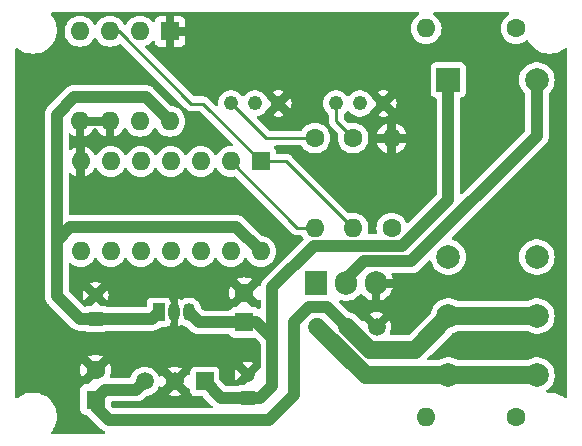
<source format=gbr>
%TF.GenerationSoftware,KiCad,Pcbnew,7.0.11-7.0.11~ubuntu22.04.1*%
%TF.CreationDate,2024-09-26T16:57:12+02:00*%
%TF.ProjectId,BAU-Elec,4241552d-456c-4656-932e-6b696361645f,rev?*%
%TF.SameCoordinates,Original*%
%TF.FileFunction,Copper,L2,Bot*%
%TF.FilePolarity,Positive*%
%FSLAX46Y46*%
G04 Gerber Fmt 4.6, Leading zero omitted, Abs format (unit mm)*
G04 Created by KiCad (PCBNEW 7.0.11-7.0.11~ubuntu22.04.1) date 2024-09-26 16:57:12*
%MOMM*%
%LPD*%
G01*
G04 APERTURE LIST*
%TA.AperFunction,ComponentPad*%
%ADD10R,1.200000X1.200000*%
%TD*%
%TA.AperFunction,ComponentPad*%
%ADD11C,1.200000*%
%TD*%
%TA.AperFunction,ComponentPad*%
%ADD12C,1.498600*%
%TD*%
%TA.AperFunction,ComponentPad*%
%ADD13C,1.600000*%
%TD*%
%TA.AperFunction,ComponentPad*%
%ADD14O,1.600000X1.600000*%
%TD*%
%TA.AperFunction,ComponentPad*%
%ADD15R,1.600000X1.600000*%
%TD*%
%TA.AperFunction,ComponentPad*%
%ADD16C,2.000000*%
%TD*%
%TA.AperFunction,ComponentPad*%
%ADD17R,2.000000X2.000000*%
%TD*%
%TA.AperFunction,ComponentPad*%
%ADD18C,1.219200*%
%TD*%
%TA.AperFunction,ComponentPad*%
%ADD19R,1.500000X1.500000*%
%TD*%
%TA.AperFunction,ComponentPad*%
%ADD20C,1.500000*%
%TD*%
%TA.AperFunction,ComponentPad*%
%ADD21R,1.905000X2.000000*%
%TD*%
%TA.AperFunction,ComponentPad*%
%ADD22O,1.905000X2.000000*%
%TD*%
%TA.AperFunction,ComponentPad*%
%ADD23R,1.050000X1.500000*%
%TD*%
%TA.AperFunction,ComponentPad*%
%ADD24O,1.050000X1.500000*%
%TD*%
%TA.AperFunction,Conductor*%
%ADD25C,1.000000*%
%TD*%
%TA.AperFunction,Conductor*%
%ADD26C,1.500000*%
%TD*%
%TA.AperFunction,Conductor*%
%ADD27C,0.250000*%
%TD*%
G04 APERTURE END LIST*
D10*
%TO.P,C2,1*%
%TO.N,5V*%
X49770000Y-42260088D03*
D11*
%TO.P,C2,2*%
%TO.N,GND*%
X49770000Y-40260088D03*
%TD*%
D12*
%TO.P,bat_in-out1,1,1*%
%TO.N,GND*%
X73550122Y-42950000D03*
%TO.P,bat_in-out1,2,2*%
%TO.N,bat_in*%
X71050000Y-42950000D03*
%TO.P,bat_in-out1,3,3*%
%TO.N,bat_out*%
X68549878Y-42950000D03*
%TD*%
D13*
%TO.P,R2,1*%
%TO.N,5V*%
X85370000Y-17680000D03*
D14*
%TO.P,R2,2*%
%TO.N,primer_button*%
X77750000Y-17680000D03*
%TD*%
D15*
%TO.P,U2,1*%
%TO.N,Net-(NA555P1-Q)*%
X63750000Y-28940000D03*
D14*
%TO.P,U2,2*%
%TO.N,relay_control*%
X61210000Y-28940000D03*
%TO.P,U2,3*%
%TO.N,N/C*%
X58670000Y-28940000D03*
%TO.P,U2,4*%
X56130000Y-28940000D03*
%TO.P,U2,5*%
X53590000Y-28940000D03*
%TO.P,U2,6*%
X51050000Y-28940000D03*
%TO.P,U2,7,GND*%
%TO.N,GND*%
X48510000Y-28940000D03*
%TO.P,U2,8*%
%TO.N,N/C*%
X48510000Y-36560000D03*
%TO.P,U2,9*%
X51050000Y-36560000D03*
%TO.P,U2,10*%
X53590000Y-36560000D03*
%TO.P,U2,11*%
X56130000Y-36560000D03*
%TO.P,U2,12*%
X58670000Y-36560000D03*
%TO.P,U2,13*%
X61210000Y-36560000D03*
%TO.P,U2,14,VCC*%
%TO.N,5V*%
X63750000Y-36560000D03*
%TD*%
D13*
%TO.P,R4,1*%
%TO.N,green_led*%
X71560000Y-26960000D03*
D14*
%TO.P,R4,2*%
%TO.N,Net-(NA555P1-Q)*%
X71560000Y-34580000D03*
%TD*%
D15*
%TO.P,C1,1*%
%TO.N,10V*%
X62370000Y-42565113D03*
D13*
%TO.P,C1,2*%
%TO.N,GND*%
X62370000Y-40065113D03*
%TD*%
D16*
%TO.P,K1,11*%
%TO.N,bat_in*%
X79632500Y-42032500D03*
X87132500Y-42032500D03*
%TO.P,K1,12*%
%TO.N,unconnected-(K1-Pad12)*%
X79632500Y-37032500D03*
X87132500Y-37032500D03*
%TO.P,K1,14*%
%TO.N,bat_out*%
X79632500Y-47032500D03*
X87132500Y-47032500D03*
D17*
%TO.P,K1,A1*%
%TO.N,10V*%
X79632500Y-22032500D03*
D16*
%TO.P,K1,A2*%
%TO.N,Net-(P16NF06L1-D)*%
X87132500Y-22032500D03*
%TD*%
D18*
%TO.P,stop1,1,1*%
%TO.N,GND*%
X65250000Y-24027300D03*
%TO.P,stop1,2,2*%
%TO.N,stop_button*%
X63250000Y-24027300D03*
%TO.P,stop1,3,3*%
%TO.N,red_led*%
X61249999Y-24027300D03*
%TD*%
D19*
%TO.P,L78L10_TO92,1,VO*%
%TO.N,10V*%
X59000000Y-47567488D03*
D20*
%TO.P,L78L10_TO92,2,GND*%
%TO.N,GND*%
X56460000Y-47567488D03*
%TO.P,L78L10_TO92,3,VI*%
%TO.N,bat_in*%
X53920000Y-47567488D03*
%TD*%
D18*
%TO.P,starter1,1,1*%
%TO.N,GND*%
X74140000Y-24027300D03*
%TO.P,starter1,2,2*%
%TO.N,primer_button*%
X72140000Y-24027300D03*
%TO.P,starter1,3,3*%
%TO.N,green_led*%
X70139999Y-24027300D03*
%TD*%
D10*
%TO.P,C4,1*%
%TO.N,10V*%
X62630000Y-48990087D03*
D11*
%TO.P,C4,2*%
%TO.N,GND*%
X62630000Y-46990087D03*
%TD*%
D13*
%TO.P,R1,1*%
%TO.N,5V*%
X85330000Y-50580000D03*
D14*
%TO.P,R1,2*%
%TO.N,stop_button*%
X77710000Y-50580000D03*
%TD*%
D21*
%TO.P,P16NF06L1,1,G*%
%TO.N,relay_control*%
X68430000Y-39250000D03*
D22*
%TO.P,P16NF06L1,2,D*%
%TO.N,Net-(P16NF06L1-D)*%
X70970000Y-39250000D03*
%TO.P,P16NF06L1,3,S*%
%TO.N,GND*%
X73510000Y-39250000D03*
%TD*%
D15*
%TO.P,NA555P1,1,GND*%
%TO.N,GND*%
X56060000Y-17920000D03*
D14*
%TO.P,NA555P1,2,TR*%
%TO.N,stop_button*%
X53520000Y-17920000D03*
%TO.P,NA555P1,3,Q*%
%TO.N,Net-(NA555P1-Q)*%
X50980000Y-17920000D03*
%TO.P,NA555P1,4,R*%
%TO.N,primer_button*%
X48440000Y-17920000D03*
%TO.P,NA555P1,5,CV*%
%TO.N,GND*%
X48440000Y-25540000D03*
%TO.P,NA555P1,6,THR*%
X50980000Y-25540000D03*
%TO.P,NA555P1,7,DIS*%
%TO.N,unconnected-(NA555P1-DIS-Pad7)*%
X53520000Y-25540000D03*
%TO.P,NA555P1,8,VCC*%
%TO.N,5V*%
X56060000Y-25540000D03*
%TD*%
D13*
%TO.P,R3,1*%
%TO.N,relay_control*%
X74840000Y-34600000D03*
D14*
%TO.P,R3,2*%
%TO.N,GND*%
X74840000Y-26980000D03*
%TD*%
D23*
%TO.P,L78L05_TO92,1,VO*%
%TO.N,5V*%
X55120000Y-41720001D03*
D24*
%TO.P,L78L05_TO92,2,GND*%
%TO.N,GND*%
X56390000Y-41720001D03*
%TO.P,L78L05_TO92,3,VI*%
%TO.N,10V*%
X57660000Y-41720001D03*
%TD*%
D15*
%TO.P,C3,1*%
%TO.N,bat_in*%
X49760000Y-49102601D03*
D13*
%TO.P,C3,2*%
%TO.N,GND*%
X49760000Y-46602601D03*
%TD*%
%TO.P,R5,1*%
%TO.N,red_led*%
X68330000Y-26960000D03*
D14*
%TO.P,R5,2*%
%TO.N,relay_control*%
X68330000Y-34580000D03*
%TD*%
D25*
%TO.N,10V*%
X74218679Y-36100000D02*
X75700000Y-36100000D01*
X64740000Y-39610000D02*
X68270000Y-36080000D01*
X62370000Y-42565113D02*
X58505112Y-42565113D01*
X64740000Y-43920000D02*
X64740000Y-47970000D01*
X79632500Y-32167500D02*
X79632500Y-22032500D01*
X63385113Y-42565113D02*
X64740000Y-43920000D01*
X64740000Y-47970000D02*
X63719913Y-48990087D01*
X64740000Y-43920000D02*
X64740000Y-39610000D01*
X60422599Y-48990087D02*
X59000000Y-47567488D01*
X62630000Y-48990087D02*
X60422599Y-48990087D01*
X58505112Y-42565113D02*
X57660000Y-41720001D01*
X74198679Y-36080000D02*
X74218679Y-36100000D01*
X62370000Y-42565113D02*
X63385113Y-42565113D01*
X63719913Y-48990087D02*
X62630000Y-48990087D01*
X75700000Y-36100000D02*
X79632500Y-32167500D01*
X68270000Y-36080000D02*
X74198679Y-36080000D01*
%TO.N,5V*%
X49770000Y-42260088D02*
X48410088Y-42260088D01*
X46470000Y-35650000D02*
X47620000Y-34500000D01*
X46470000Y-24980000D02*
X47970000Y-23480000D01*
X47620000Y-34500000D02*
X61690000Y-34500000D01*
X54579913Y-42260088D02*
X49770000Y-42260088D01*
X46470000Y-35650000D02*
X46470000Y-24980000D01*
X47970000Y-23480000D02*
X54000000Y-23480000D01*
X55120000Y-41720001D02*
X54579913Y-42260088D01*
X54000000Y-23480000D02*
X56060000Y-25540000D01*
X61690000Y-34500000D02*
X63750000Y-36560000D01*
X48410088Y-42260088D02*
X46470000Y-40320000D01*
X46470000Y-40320000D02*
X46470000Y-35650000D01*
%TO.N,bat_in*%
X49760000Y-49102601D02*
X50602601Y-48260000D01*
X66600000Y-42495714D02*
X67845714Y-41250000D01*
X49760000Y-49102601D02*
X49760000Y-49710000D01*
X66600000Y-48720000D02*
X66600000Y-42495714D01*
X64480000Y-50840000D02*
X66600000Y-48720000D01*
X50602601Y-48260000D02*
X53227488Y-48260000D01*
X69350000Y-41250000D02*
X71050000Y-42950000D01*
X53227488Y-48260000D02*
X53920000Y-47567488D01*
X67845714Y-41250000D02*
X69350000Y-41250000D01*
D26*
X72990000Y-44890000D02*
X76775000Y-44890000D01*
D25*
X50890000Y-50840000D02*
X64480000Y-50840000D01*
D26*
X79632500Y-42032500D02*
X87132500Y-42032500D01*
D25*
X49760000Y-49710000D02*
X50890000Y-50840000D01*
D26*
X71050000Y-42950000D02*
X72990000Y-44890000D01*
X76775000Y-44890000D02*
X79632500Y-42032500D01*
%TO.N,bat_out*%
X79632500Y-47032500D02*
X72632378Y-47032500D01*
X72632378Y-47032500D02*
X68549878Y-42950000D01*
X79632500Y-47032500D02*
X87132500Y-47032500D01*
D25*
%TO.N,Net-(P16NF06L1-D)*%
X72450000Y-37400000D02*
X76510000Y-37400000D01*
X70970000Y-38880000D02*
X72450000Y-37400000D01*
X76510000Y-37400000D02*
X87132500Y-26777500D01*
X70970000Y-39250000D02*
X70970000Y-38880000D01*
X87132500Y-26777500D02*
X87132500Y-22032500D01*
D27*
%TO.N,Net-(NA555P1-Q)*%
X51730000Y-17920000D02*
X57870000Y-24060000D01*
X50980000Y-17920000D02*
X51730000Y-17920000D01*
X65920000Y-28940000D02*
X63750000Y-28940000D01*
X57870000Y-24060000D02*
X58870000Y-24060000D01*
X71560000Y-34580000D02*
X65920000Y-28940000D01*
X58870000Y-24060000D02*
X63750000Y-28940000D01*
%TO.N,relay_control*%
X61210000Y-28940000D02*
X66850000Y-34580000D01*
X66850000Y-34580000D02*
X68330000Y-34580000D01*
%TO.N,green_led*%
X70139999Y-25539999D02*
X71560000Y-26960000D01*
X70139999Y-24027300D02*
X70139999Y-25539999D01*
%TO.N,red_led*%
X61249999Y-24027300D02*
X64182699Y-26960000D01*
X64182699Y-26960000D02*
X68330000Y-26960000D01*
%TD*%
%TA.AperFunction,Conductor*%
%TO.N,GND*%
G36*
X77117369Y-16330185D02*
G01*
X77163124Y-16382989D01*
X77173068Y-16452147D01*
X77144043Y-16515703D01*
X77102735Y-16546881D01*
X77100973Y-16547703D01*
X77097267Y-16549431D01*
X77097265Y-16549432D01*
X76910858Y-16679954D01*
X76749954Y-16840858D01*
X76619432Y-17027265D01*
X76619431Y-17027267D01*
X76523261Y-17233502D01*
X76523258Y-17233511D01*
X76464366Y-17453302D01*
X76464364Y-17453313D01*
X76444532Y-17679998D01*
X76444532Y-17680001D01*
X76464364Y-17906686D01*
X76464366Y-17906697D01*
X76523258Y-18126488D01*
X76523261Y-18126497D01*
X76619431Y-18332732D01*
X76619432Y-18332734D01*
X76749954Y-18519141D01*
X76910858Y-18680045D01*
X76925488Y-18690289D01*
X77097266Y-18810568D01*
X77303504Y-18906739D01*
X77523308Y-18965635D01*
X77685230Y-18979801D01*
X77749998Y-18985468D01*
X77750000Y-18985468D01*
X77750002Y-18985468D01*
X77806673Y-18980509D01*
X77976692Y-18965635D01*
X78196496Y-18906739D01*
X78402734Y-18810568D01*
X78589139Y-18680047D01*
X78750047Y-18519139D01*
X78880568Y-18332734D01*
X78976739Y-18126496D01*
X79035635Y-17906692D01*
X79055468Y-17680000D01*
X79035635Y-17453308D01*
X78976739Y-17233504D01*
X78880568Y-17027266D01*
X78750047Y-16840861D01*
X78750045Y-16840858D01*
X78589141Y-16679954D01*
X78402734Y-16549432D01*
X78402732Y-16549431D01*
X78401584Y-16548895D01*
X78397264Y-16546881D01*
X78344826Y-16500709D01*
X78325674Y-16433516D01*
X78345890Y-16366635D01*
X78399056Y-16321300D01*
X78449670Y-16310500D01*
X84670330Y-16310500D01*
X84737369Y-16330185D01*
X84783124Y-16382989D01*
X84793068Y-16452147D01*
X84764043Y-16515703D01*
X84722735Y-16546881D01*
X84720973Y-16547703D01*
X84717267Y-16549431D01*
X84717265Y-16549432D01*
X84530858Y-16679954D01*
X84369954Y-16840858D01*
X84239432Y-17027265D01*
X84239431Y-17027267D01*
X84143261Y-17233502D01*
X84143258Y-17233511D01*
X84084366Y-17453302D01*
X84084364Y-17453313D01*
X84064532Y-17679998D01*
X84064532Y-17680001D01*
X84084364Y-17906686D01*
X84084366Y-17906697D01*
X84143258Y-18126488D01*
X84143261Y-18126497D01*
X84239431Y-18332732D01*
X84239432Y-18332734D01*
X84369954Y-18519141D01*
X84530858Y-18680045D01*
X84545488Y-18690289D01*
X84717266Y-18810568D01*
X84923504Y-18906739D01*
X85143308Y-18965635D01*
X85305230Y-18979801D01*
X85369998Y-18985468D01*
X85370000Y-18985468D01*
X85370002Y-18985468D01*
X85426673Y-18980509D01*
X85596692Y-18965635D01*
X85816496Y-18906739D01*
X86022734Y-18810568D01*
X86209139Y-18680047D01*
X86209146Y-18680039D01*
X86213282Y-18676570D01*
X86214741Y-18678308D01*
X86267519Y-18649454D01*
X86337213Y-18654401D01*
X86393169Y-18696243D01*
X86402773Y-18711179D01*
X86502770Y-18894309D01*
X86502775Y-18894317D01*
X86674254Y-19123387D01*
X86674270Y-19123405D01*
X86876594Y-19325729D01*
X86876612Y-19325745D01*
X87105682Y-19497224D01*
X87105690Y-19497229D01*
X87356833Y-19634364D01*
X87356832Y-19634364D01*
X87356836Y-19634365D01*
X87356839Y-19634367D01*
X87624954Y-19734369D01*
X87624960Y-19734370D01*
X87624962Y-19734371D01*
X87904566Y-19795195D01*
X87904568Y-19795195D01*
X87904572Y-19795196D01*
X88158220Y-19813337D01*
X88189999Y-19815610D01*
X88190000Y-19815610D01*
X88190001Y-19815610D01*
X88218595Y-19813564D01*
X88475428Y-19795196D01*
X88755046Y-19734369D01*
X89023161Y-19634367D01*
X89274315Y-19497226D01*
X89387705Y-19412343D01*
X89491190Y-19334876D01*
X89556654Y-19310459D01*
X89624927Y-19325311D01*
X89674332Y-19374716D01*
X89689500Y-19434143D01*
X89689500Y-48885856D01*
X89669815Y-48952895D01*
X89617011Y-48998650D01*
X89547853Y-49008594D01*
X89491190Y-48985123D01*
X89274317Y-48822775D01*
X89274309Y-48822770D01*
X89023166Y-48685635D01*
X89023167Y-48685635D01*
X88808287Y-48605489D01*
X88755046Y-48585631D01*
X88755043Y-48585630D01*
X88755037Y-48585628D01*
X88475433Y-48524804D01*
X88190001Y-48504390D01*
X88189999Y-48504390D01*
X88040261Y-48515099D01*
X87971988Y-48500247D01*
X87922583Y-48450842D01*
X87907731Y-48382569D01*
X87932148Y-48317104D01*
X87955253Y-48293561D01*
X87956003Y-48292977D01*
X87956009Y-48292974D01*
X88152244Y-48140238D01*
X88320664Y-47957285D01*
X88456673Y-47749107D01*
X88556563Y-47521381D01*
X88617608Y-47280321D01*
X88618589Y-47268481D01*
X88638143Y-47032505D01*
X88638143Y-47032494D01*
X88617609Y-46784687D01*
X88617607Y-46784675D01*
X88556563Y-46543618D01*
X88456673Y-46315893D01*
X88320666Y-46107717D01*
X88299057Y-46084244D01*
X88152244Y-45924762D01*
X87956009Y-45772026D01*
X87956007Y-45772025D01*
X87956006Y-45772024D01*
X87737311Y-45653672D01*
X87737302Y-45653669D01*
X87502116Y-45572929D01*
X87256835Y-45532000D01*
X87008165Y-45532000D01*
X86762883Y-45572929D01*
X86527697Y-45653669D01*
X86527683Y-45653675D01*
X86318176Y-45767055D01*
X86259159Y-45782000D01*
X80505841Y-45782000D01*
X80446824Y-45767055D01*
X80237316Y-45653675D01*
X80237313Y-45653674D01*
X80237310Y-45653672D01*
X80237304Y-45653670D01*
X80237302Y-45653669D01*
X80002116Y-45572929D01*
X79756835Y-45532000D01*
X79508165Y-45532000D01*
X79262883Y-45572929D01*
X79027697Y-45653669D01*
X79027683Y-45653675D01*
X78818176Y-45767055D01*
X78759159Y-45782000D01*
X77950835Y-45782000D01*
X77883796Y-45762315D01*
X77838041Y-45709511D01*
X77828097Y-45640353D01*
X77857122Y-45576797D01*
X77863154Y-45570319D01*
X78135838Y-45297635D01*
X79901154Y-43532318D01*
X79962475Y-43498835D01*
X79968426Y-43497692D01*
X80002114Y-43492071D01*
X80237310Y-43411328D01*
X80390982Y-43328165D01*
X80446824Y-43297945D01*
X80505841Y-43283000D01*
X86259159Y-43283000D01*
X86318176Y-43297945D01*
X86374018Y-43328165D01*
X86527690Y-43411328D01*
X86762886Y-43492071D01*
X87008165Y-43533000D01*
X87256835Y-43533000D01*
X87502114Y-43492071D01*
X87737310Y-43411328D01*
X87956009Y-43292974D01*
X88152244Y-43140238D01*
X88320664Y-42957285D01*
X88456673Y-42749107D01*
X88556563Y-42521381D01*
X88617608Y-42280321D01*
X88617609Y-42280312D01*
X88638143Y-42032505D01*
X88638143Y-42032494D01*
X88617609Y-41784687D01*
X88617607Y-41784675D01*
X88556563Y-41543618D01*
X88456673Y-41315893D01*
X88320666Y-41107717D01*
X88266516Y-41048895D01*
X88152244Y-40924762D01*
X87956009Y-40772026D01*
X87956007Y-40772025D01*
X87956006Y-40772024D01*
X87737311Y-40653672D01*
X87737302Y-40653669D01*
X87502116Y-40572929D01*
X87256835Y-40532000D01*
X87008165Y-40532000D01*
X86762883Y-40572929D01*
X86527697Y-40653669D01*
X86527683Y-40653675D01*
X86318176Y-40767055D01*
X86259159Y-40782000D01*
X80505841Y-40782000D01*
X80446824Y-40767055D01*
X80237316Y-40653675D01*
X80237313Y-40653674D01*
X80237310Y-40653672D01*
X80237304Y-40653670D01*
X80237302Y-40653669D01*
X80002116Y-40572929D01*
X79756835Y-40532000D01*
X79508165Y-40532000D01*
X79262883Y-40572929D01*
X79027697Y-40653669D01*
X79027688Y-40653672D01*
X78808993Y-40772024D01*
X78612757Y-40924761D01*
X78444333Y-41107717D01*
X78308326Y-41315893D01*
X78208438Y-41543614D01*
X78208436Y-41543620D01*
X78167826Y-41703982D01*
X78135302Y-41761222D01*
X76293345Y-43603181D01*
X76232022Y-43636666D01*
X76205664Y-43639500D01*
X74801693Y-43639500D01*
X74734654Y-43619815D01*
X74688899Y-43567011D01*
X74678955Y-43497853D01*
X74689311Y-43463095D01*
X74728563Y-43378919D01*
X74728566Y-43378910D01*
X74785140Y-43167771D01*
X74785142Y-43167761D01*
X74804194Y-42950001D01*
X74804194Y-42949998D01*
X74785142Y-42732238D01*
X74785140Y-42732228D01*
X74728566Y-42521089D01*
X74728561Y-42521075D01*
X74658857Y-42371593D01*
X74045422Y-42985028D01*
X74045422Y-42878787D01*
X74005295Y-42742129D01*
X73928294Y-42622312D01*
X73820655Y-42529043D01*
X73691099Y-42469876D01*
X73585545Y-42454700D01*
X73514699Y-42454700D01*
X73409145Y-42469876D01*
X73279589Y-42529043D01*
X73171950Y-42622312D01*
X73094949Y-42742129D01*
X73054822Y-42878787D01*
X73054822Y-42985030D01*
X72441385Y-42371593D01*
X72430010Y-42373599D01*
X72406032Y-42400832D01*
X72338838Y-42419983D01*
X72271957Y-42399767D01*
X72252142Y-42383668D01*
X71894534Y-42026060D01*
X71894529Y-42026055D01*
X71892791Y-42024604D01*
X71884603Y-42017119D01*
X71856425Y-41988941D01*
X71856424Y-41988940D01*
X71856423Y-41988939D01*
X71821351Y-41964382D01*
X71813012Y-41958000D01*
X71765019Y-41917932D01*
X71717368Y-41890894D01*
X71707453Y-41884629D01*
X71677288Y-41863507D01*
X71677286Y-41863506D01*
X71635828Y-41844174D01*
X71630185Y-41841263D01*
X72971715Y-41841263D01*
X73550122Y-42419670D01*
X73550123Y-42419670D01*
X74128526Y-41841264D01*
X73979037Y-41771557D01*
X73979032Y-41771555D01*
X73767893Y-41714981D01*
X73767883Y-41714979D01*
X73550124Y-41695928D01*
X73550120Y-41695928D01*
X73332360Y-41714979D01*
X73332350Y-41714981D01*
X73121209Y-41771556D01*
X72971715Y-41841263D01*
X71630185Y-41841263D01*
X71627048Y-41839645D01*
X71589623Y-41818410D01*
X71569242Y-41806845D01*
X71521131Y-41790009D01*
X71509687Y-41785352D01*
X71479094Y-41771087D01*
X71432157Y-41758510D01*
X71423297Y-41755776D01*
X71356789Y-41732503D01*
X71356783Y-41732501D01*
X71310157Y-41725117D01*
X71297462Y-41722419D01*
X71267860Y-41714487D01*
X71262526Y-41713547D01*
X71262855Y-41711676D01*
X71205599Y-41689271D01*
X71193807Y-41678886D01*
X70402836Y-40887915D01*
X70369351Y-40826592D01*
X70374335Y-40756900D01*
X70416207Y-40700967D01*
X70481671Y-40676550D01*
X70530778Y-40682952D01*
X70612087Y-40710866D01*
X70849601Y-40750500D01*
X70849602Y-40750500D01*
X71090398Y-40750500D01*
X71090399Y-40750500D01*
X71327913Y-40710866D01*
X71555664Y-40632679D01*
X71767439Y-40518072D01*
X71957463Y-40370171D01*
X72120551Y-40193010D01*
X72136489Y-40168613D01*
X72189631Y-40123258D01*
X72258862Y-40113831D01*
X72322199Y-40143330D01*
X72344106Y-40168611D01*
X72359847Y-40192704D01*
X72359851Y-40192710D01*
X72522873Y-40369797D01*
X72522883Y-40369806D01*
X72712831Y-40517649D01*
X72712840Y-40517655D01*
X72924531Y-40632215D01*
X72924545Y-40632221D01*
X73135000Y-40704470D01*
X73135000Y-39718535D01*
X73207412Y-39774099D01*
X73353369Y-39834556D01*
X73470677Y-39850000D01*
X73549323Y-39850000D01*
X73666631Y-39834556D01*
X73812588Y-39774099D01*
X73885000Y-39718535D01*
X73885000Y-40704470D01*
X74095454Y-40632221D01*
X74095468Y-40632215D01*
X74307159Y-40517655D01*
X74307168Y-40517649D01*
X74497116Y-40369806D01*
X74497126Y-40369797D01*
X74660148Y-40192710D01*
X74660156Y-40192699D01*
X74791813Y-39991184D01*
X74888508Y-39770740D01*
X74925415Y-39625000D01*
X73978536Y-39625000D01*
X74034099Y-39552589D01*
X74094556Y-39406631D01*
X74115177Y-39250000D01*
X74094556Y-39093369D01*
X74034099Y-38947412D01*
X73978536Y-38875000D01*
X74925415Y-38875000D01*
X74888508Y-38729259D01*
X74820542Y-38574310D01*
X74811639Y-38505010D01*
X74841617Y-38441897D01*
X74900956Y-38405011D01*
X74934098Y-38400500D01*
X76495721Y-38400500D01*
X76498863Y-38400540D01*
X76586358Y-38402757D01*
X76586358Y-38402756D01*
X76586363Y-38402757D01*
X76644425Y-38392349D01*
X76653754Y-38391041D01*
X76712438Y-38385074D01*
X76741471Y-38375964D01*
X76756700Y-38372226D01*
X76786653Y-38366858D01*
X76786657Y-38366856D01*
X76786659Y-38366856D01*
X76841423Y-38344980D01*
X76850292Y-38341821D01*
X76906588Y-38324159D01*
X76933200Y-38309387D01*
X76947362Y-38302662D01*
X76975617Y-38291377D01*
X77024879Y-38258909D01*
X77032910Y-38254043D01*
X77084502Y-38225409D01*
X77084509Y-38225402D01*
X77084512Y-38225401D01*
X77107583Y-38205594D01*
X77120125Y-38196137D01*
X77145519Y-38179402D01*
X77187237Y-38137682D01*
X77194122Y-38131301D01*
X77238895Y-38092866D01*
X77257520Y-38068802D01*
X77267880Y-38057039D01*
X77972309Y-37352610D01*
X78033630Y-37319127D01*
X78103322Y-37324111D01*
X78159255Y-37365983D01*
X78180194Y-37409853D01*
X78208436Y-37521381D01*
X78308326Y-37749106D01*
X78444333Y-37957282D01*
X78444336Y-37957285D01*
X78612756Y-38140238D01*
X78808991Y-38292974D01*
X78808993Y-38292975D01*
X79007755Y-38400540D01*
X79027690Y-38411328D01*
X79262886Y-38492071D01*
X79508165Y-38533000D01*
X79756835Y-38533000D01*
X80002114Y-38492071D01*
X80237310Y-38411328D01*
X80456009Y-38292974D01*
X80652244Y-38140238D01*
X80820664Y-37957285D01*
X80956673Y-37749107D01*
X81056563Y-37521381D01*
X81117608Y-37280321D01*
X81117609Y-37280312D01*
X81138143Y-37032505D01*
X85626857Y-37032505D01*
X85647390Y-37280312D01*
X85647392Y-37280324D01*
X85708436Y-37521381D01*
X85808326Y-37749106D01*
X85944333Y-37957282D01*
X85944336Y-37957285D01*
X86112756Y-38140238D01*
X86308991Y-38292974D01*
X86308993Y-38292975D01*
X86507755Y-38400540D01*
X86527690Y-38411328D01*
X86762886Y-38492071D01*
X87008165Y-38533000D01*
X87256835Y-38533000D01*
X87502114Y-38492071D01*
X87737310Y-38411328D01*
X87956009Y-38292974D01*
X88152244Y-38140238D01*
X88320664Y-37957285D01*
X88456673Y-37749107D01*
X88556563Y-37521381D01*
X88617608Y-37280321D01*
X88617609Y-37280312D01*
X88638143Y-37032505D01*
X88638143Y-37032494D01*
X88617609Y-36784687D01*
X88617607Y-36784675D01*
X88556563Y-36543618D01*
X88456673Y-36315893D01*
X88320666Y-36107717D01*
X88237812Y-36017714D01*
X88152244Y-35924762D01*
X87956009Y-35772026D01*
X87956007Y-35772025D01*
X87956006Y-35772024D01*
X87737311Y-35653672D01*
X87737302Y-35653669D01*
X87502116Y-35572929D01*
X87256835Y-35532000D01*
X87008165Y-35532000D01*
X86762883Y-35572929D01*
X86527697Y-35653669D01*
X86527688Y-35653672D01*
X86308993Y-35772024D01*
X86112757Y-35924761D01*
X85944333Y-36107717D01*
X85808326Y-36315893D01*
X85708436Y-36543618D01*
X85647392Y-36784675D01*
X85647390Y-36784687D01*
X85626857Y-37032494D01*
X85626857Y-37032505D01*
X81138143Y-37032505D01*
X81138143Y-37032494D01*
X81117609Y-36784687D01*
X81117607Y-36784675D01*
X81056563Y-36543618D01*
X80956673Y-36315893D01*
X80820666Y-36107717D01*
X80737812Y-36017714D01*
X80652244Y-35924762D01*
X80456009Y-35772026D01*
X80456007Y-35772025D01*
X80456006Y-35772024D01*
X80237311Y-35653672D01*
X80237302Y-35653669D01*
X80003794Y-35573505D01*
X79946779Y-35533119D01*
X79920648Y-35468320D01*
X79933700Y-35399680D01*
X79956373Y-35368546D01*
X87829909Y-27495010D01*
X87832078Y-27492895D01*
X87895553Y-27432559D01*
X87929256Y-27384135D01*
X87934905Y-27376642D01*
X87972198Y-27330907D01*
X87986288Y-27303930D01*
X87994409Y-27290526D01*
X88011795Y-27265549D01*
X88035063Y-27211325D01*
X88039082Y-27202861D01*
X88066409Y-27150549D01*
X88074778Y-27121297D01*
X88080038Y-27106523D01*
X88092040Y-27078558D01*
X88103915Y-27020768D01*
X88106149Y-27011662D01*
X88122387Y-26954918D01*
X88124697Y-26924577D01*
X88126876Y-26909035D01*
X88133000Y-26879241D01*
X88133000Y-26820258D01*
X88133358Y-26810842D01*
X88137837Y-26752026D01*
X88133993Y-26721838D01*
X88133000Y-26706174D01*
X88133000Y-23209527D01*
X88152685Y-23142488D01*
X88165765Y-23125549D01*
X88320664Y-22957285D01*
X88456673Y-22749107D01*
X88556563Y-22521381D01*
X88617608Y-22280321D01*
X88638143Y-22032500D01*
X88617608Y-21784679D01*
X88556563Y-21543619D01*
X88456673Y-21315893D01*
X88320666Y-21107717D01*
X88299057Y-21084244D01*
X88152244Y-20924762D01*
X87956009Y-20772026D01*
X87956007Y-20772025D01*
X87956006Y-20772024D01*
X87737311Y-20653672D01*
X87737302Y-20653669D01*
X87502116Y-20572929D01*
X87256835Y-20532000D01*
X87008165Y-20532000D01*
X86762883Y-20572929D01*
X86527697Y-20653669D01*
X86527688Y-20653672D01*
X86308993Y-20772024D01*
X86112757Y-20924761D01*
X85944333Y-21107717D01*
X85808326Y-21315893D01*
X85708436Y-21543618D01*
X85647392Y-21784675D01*
X85647390Y-21784687D01*
X85626857Y-22032494D01*
X85626857Y-22032505D01*
X85647390Y-22280312D01*
X85647392Y-22280324D01*
X85708436Y-22521381D01*
X85808326Y-22749106D01*
X85944333Y-22957282D01*
X85944336Y-22957285D01*
X86099230Y-23125545D01*
X86130152Y-23188198D01*
X86132000Y-23209527D01*
X86132000Y-26311718D01*
X86112315Y-26378757D01*
X86095681Y-26399399D01*
X80844681Y-31650399D01*
X80783358Y-31683884D01*
X80713666Y-31678900D01*
X80657733Y-31637028D01*
X80633316Y-31571564D01*
X80633000Y-31562718D01*
X80633000Y-23649476D01*
X80652685Y-23582437D01*
X80705489Y-23536682D01*
X80732635Y-23529236D01*
X80732432Y-23528376D01*
X80739979Y-23526592D01*
X80739981Y-23526591D01*
X80739983Y-23526591D01*
X80874831Y-23476296D01*
X80990046Y-23390046D01*
X81076296Y-23274831D01*
X81126591Y-23139983D01*
X81133000Y-23080373D01*
X81132999Y-20984628D01*
X81126591Y-20925017D01*
X81076296Y-20790169D01*
X81076295Y-20790168D01*
X81076293Y-20790164D01*
X80990047Y-20674955D01*
X80990044Y-20674952D01*
X80874835Y-20588706D01*
X80874828Y-20588702D01*
X80739982Y-20538408D01*
X80739983Y-20538408D01*
X80680383Y-20532001D01*
X80680381Y-20532000D01*
X80680373Y-20532000D01*
X80680364Y-20532000D01*
X78584629Y-20532000D01*
X78584623Y-20532001D01*
X78525016Y-20538408D01*
X78390171Y-20588702D01*
X78390164Y-20588706D01*
X78274955Y-20674952D01*
X78274952Y-20674955D01*
X78188706Y-20790164D01*
X78188702Y-20790171D01*
X78138408Y-20925017D01*
X78132001Y-20984616D01*
X78132001Y-20984623D01*
X78132000Y-20984635D01*
X78132000Y-23080370D01*
X78132001Y-23080376D01*
X78138408Y-23139983D01*
X78188702Y-23274828D01*
X78188706Y-23274835D01*
X78274952Y-23390044D01*
X78274955Y-23390047D01*
X78390164Y-23476293D01*
X78390171Y-23476297D01*
X78525017Y-23526591D01*
X78532562Y-23528374D01*
X78532023Y-23530651D01*
X78585787Y-23552908D01*
X78625647Y-23610293D01*
X78632000Y-23649475D01*
X78632000Y-31701717D01*
X78612315Y-31768756D01*
X78595681Y-31789398D01*
X76244380Y-34140698D01*
X76183057Y-34174183D01*
X76113365Y-34169199D01*
X76057432Y-34127327D01*
X76044320Y-34105428D01*
X75970568Y-33947266D01*
X75840047Y-33760861D01*
X75840045Y-33760858D01*
X75679141Y-33599954D01*
X75492734Y-33469432D01*
X75492732Y-33469431D01*
X75286497Y-33373261D01*
X75286488Y-33373258D01*
X75066697Y-33314366D01*
X75066693Y-33314365D01*
X75066692Y-33314365D01*
X75066691Y-33314364D01*
X75066686Y-33314364D01*
X74840002Y-33294532D01*
X74839998Y-33294532D01*
X74613313Y-33314364D01*
X74613302Y-33314366D01*
X74393511Y-33373258D01*
X74393502Y-33373261D01*
X74187267Y-33469431D01*
X74187265Y-33469432D01*
X74000858Y-33599954D01*
X73839954Y-33760858D01*
X73709432Y-33947265D01*
X73709431Y-33947267D01*
X73613261Y-34153502D01*
X73613258Y-34153511D01*
X73554366Y-34373302D01*
X73554364Y-34373313D01*
X73534532Y-34599998D01*
X73534532Y-34600001D01*
X73554364Y-34826686D01*
X73554366Y-34826697D01*
X73580279Y-34923407D01*
X73578616Y-34993257D01*
X73539453Y-35051119D01*
X73475224Y-35078623D01*
X73460504Y-35079500D01*
X72934137Y-35079500D01*
X72867098Y-35059815D01*
X72821343Y-35007011D01*
X72811399Y-34937853D01*
X72814362Y-34923407D01*
X72828263Y-34871524D01*
X72845635Y-34806692D01*
X72865468Y-34580000D01*
X72845635Y-34353308D01*
X72786739Y-34133504D01*
X72690568Y-33927266D01*
X72560047Y-33740861D01*
X72560045Y-33740858D01*
X72399141Y-33579954D01*
X72212734Y-33449432D01*
X72212732Y-33449431D01*
X72006497Y-33353261D01*
X72006488Y-33353258D01*
X71786697Y-33294366D01*
X71786693Y-33294365D01*
X71786692Y-33294365D01*
X71786691Y-33294364D01*
X71786686Y-33294364D01*
X71560002Y-33274532D01*
X71559999Y-33274532D01*
X71333313Y-33294364D01*
X71333296Y-33294367D01*
X71264949Y-33312680D01*
X71195099Y-33311016D01*
X71145177Y-33280586D01*
X66420803Y-28556212D01*
X66410980Y-28543950D01*
X66410759Y-28544134D01*
X66405786Y-28538122D01*
X66356776Y-28492099D01*
X66353977Y-28489386D01*
X66334477Y-28469885D01*
X66334471Y-28469880D01*
X66331286Y-28467409D01*
X66322434Y-28459848D01*
X66290582Y-28429938D01*
X66290580Y-28429936D01*
X66290577Y-28429935D01*
X66273029Y-28420288D01*
X66256763Y-28409604D01*
X66240932Y-28397324D01*
X66200849Y-28379978D01*
X66190363Y-28374841D01*
X66152094Y-28353803D01*
X66152092Y-28353802D01*
X66132693Y-28348822D01*
X66114281Y-28342518D01*
X66095898Y-28334562D01*
X66095892Y-28334560D01*
X66052760Y-28327729D01*
X66041322Y-28325361D01*
X65999020Y-28314500D01*
X65999019Y-28314500D01*
X65978984Y-28314500D01*
X65959586Y-28312973D01*
X65952162Y-28311797D01*
X65939805Y-28309840D01*
X65939804Y-28309840D01*
X65896325Y-28313950D01*
X65884656Y-28314500D01*
X65174499Y-28314500D01*
X65107460Y-28294815D01*
X65061705Y-28242011D01*
X65050499Y-28190500D01*
X65050499Y-28092129D01*
X65050498Y-28092123D01*
X65044091Y-28032516D01*
X64993797Y-27897671D01*
X64993793Y-27897664D01*
X64908562Y-27783811D01*
X64884144Y-27718347D01*
X64898995Y-27650074D01*
X64948400Y-27600668D01*
X65007828Y-27585500D01*
X67115812Y-27585500D01*
X67182851Y-27605185D01*
X67217387Y-27638377D01*
X67329954Y-27799141D01*
X67490858Y-27960045D01*
X67490861Y-27960047D01*
X67677266Y-28090568D01*
X67883504Y-28186739D01*
X68103308Y-28245635D01*
X68265230Y-28259801D01*
X68329998Y-28265468D01*
X68330000Y-28265468D01*
X68330002Y-28265468D01*
X68386673Y-28260509D01*
X68556692Y-28245635D01*
X68776496Y-28186739D01*
X68982734Y-28090568D01*
X69169139Y-27960047D01*
X69330047Y-27799139D01*
X69460568Y-27612734D01*
X69556739Y-27406496D01*
X69615635Y-27186692D01*
X69635468Y-26960000D01*
X69635023Y-26954918D01*
X69625448Y-26845468D01*
X69615635Y-26733308D01*
X69556739Y-26513504D01*
X69460568Y-26307266D01*
X69330047Y-26120861D01*
X69330045Y-26120858D01*
X69169141Y-25959954D01*
X68982734Y-25829432D01*
X68982732Y-25829431D01*
X68776497Y-25733261D01*
X68776488Y-25733258D01*
X68556697Y-25674366D01*
X68556693Y-25674365D01*
X68556692Y-25674365D01*
X68556691Y-25674364D01*
X68556686Y-25674364D01*
X68330002Y-25654532D01*
X68329998Y-25654532D01*
X68103313Y-25674364D01*
X68103302Y-25674366D01*
X67883511Y-25733258D01*
X67883502Y-25733261D01*
X67677267Y-25829431D01*
X67677265Y-25829432D01*
X67490858Y-25959954D01*
X67329954Y-26120858D01*
X67217387Y-26281623D01*
X67162811Y-26325248D01*
X67115812Y-26334500D01*
X64493152Y-26334500D01*
X64426113Y-26314815D01*
X64405471Y-26298181D01*
X63428070Y-25320780D01*
X63394585Y-25259457D01*
X63399569Y-25189765D01*
X63441441Y-25133832D01*
X63492964Y-25111211D01*
X63555095Y-25099597D01*
X63726826Y-25033068D01*
X64774559Y-25033068D01*
X64945040Y-25099112D01*
X65147182Y-25136900D01*
X65352818Y-25136900D01*
X65554959Y-25099112D01*
X65725439Y-25033068D01*
X65250001Y-24557630D01*
X65250000Y-24557630D01*
X64774559Y-25033068D01*
X63726826Y-25033068D01*
X63746934Y-25025278D01*
X63875187Y-24945867D01*
X63921848Y-24916976D01*
X63921848Y-24916975D01*
X63921851Y-24916974D01*
X64073889Y-24778374D01*
X64197870Y-24614196D01*
X64253418Y-24502639D01*
X64276734Y-24470233D01*
X64689897Y-24057071D01*
X64890714Y-24057071D01*
X64919848Y-24172118D01*
X64984759Y-24271472D01*
X65078413Y-24344365D01*
X65190661Y-24382900D01*
X65279466Y-24382900D01*
X65367060Y-24368283D01*
X65471434Y-24311799D01*
X65551813Y-24224484D01*
X65599485Y-24115802D01*
X65606819Y-24027300D01*
X65780330Y-24027300D01*
X66253792Y-24500762D01*
X66289104Y-24429848D01*
X66289105Y-24429847D01*
X66345379Y-24232063D01*
X66345380Y-24232061D01*
X66364354Y-24027300D01*
X69025143Y-24027300D01*
X69044125Y-24232149D01*
X69044125Y-24232151D01*
X69044126Y-24232154D01*
X69053365Y-24264625D01*
X69100426Y-24430030D01*
X69100430Y-24430040D01*
X69177299Y-24584414D01*
X69192129Y-24614196D01*
X69245974Y-24685499D01*
X69316111Y-24778376D01*
X69472385Y-24920837D01*
X69470917Y-24922446D01*
X69506853Y-24970852D01*
X69514499Y-25013721D01*
X69514499Y-25457254D01*
X69512774Y-25472871D01*
X69513060Y-25472898D01*
X69512325Y-25480664D01*
X69514438Y-25547871D01*
X69514499Y-25551766D01*
X69514499Y-25579356D01*
X69515002Y-25583334D01*
X69515917Y-25594966D01*
X69517289Y-25638623D01*
X69517290Y-25638626D01*
X69522879Y-25657866D01*
X69526823Y-25676910D01*
X69528816Y-25692680D01*
X69529335Y-25696791D01*
X69545413Y-25737402D01*
X69549196Y-25748451D01*
X69561380Y-25790387D01*
X69571579Y-25807633D01*
X69580137Y-25825102D01*
X69587513Y-25843731D01*
X69613180Y-25879059D01*
X69619592Y-25888820D01*
X69641827Y-25926416D01*
X69641832Y-25926423D01*
X69655989Y-25940579D01*
X69668627Y-25955375D01*
X69680404Y-25971585D01*
X69680405Y-25971586D01*
X69714056Y-25999424D01*
X69722697Y-26007287D01*
X70260586Y-26545176D01*
X70294071Y-26606499D01*
X70292681Y-26664948D01*
X70274365Y-26733307D01*
X70274364Y-26733313D01*
X70254532Y-26959999D01*
X70254532Y-26960001D01*
X70274364Y-27186686D01*
X70274366Y-27186697D01*
X70333258Y-27406488D01*
X70333261Y-27406497D01*
X70429431Y-27612732D01*
X70429432Y-27612734D01*
X70559954Y-27799141D01*
X70720858Y-27960045D01*
X70720861Y-27960047D01*
X70907266Y-28090568D01*
X71113504Y-28186739D01*
X71333308Y-28245635D01*
X71495230Y-28259801D01*
X71559998Y-28265468D01*
X71560000Y-28265468D01*
X71560002Y-28265468D01*
X71616673Y-28260509D01*
X71786692Y-28245635D01*
X72006496Y-28186739D01*
X72212734Y-28090568D01*
X72399139Y-27960047D01*
X72560047Y-27799139D01*
X72690568Y-27612734D01*
X72786739Y-27406496D01*
X72800537Y-27355000D01*
X73594621Y-27355000D01*
X73613732Y-27426321D01*
X73613733Y-27426324D01*
X73709865Y-27632482D01*
X73840342Y-27818820D01*
X74001179Y-27979657D01*
X74187517Y-28110134D01*
X74393676Y-28206267D01*
X74465000Y-28225377D01*
X74465000Y-27355000D01*
X73594621Y-27355000D01*
X72800537Y-27355000D01*
X72845635Y-27186692D01*
X72863718Y-26980000D01*
X74435014Y-26980000D01*
X74454835Y-27105148D01*
X74512359Y-27218045D01*
X74601955Y-27307641D01*
X74714852Y-27365165D01*
X74808519Y-27380000D01*
X74871481Y-27380000D01*
X74965148Y-27365165D01*
X74985098Y-27355000D01*
X75215000Y-27355000D01*
X75215000Y-28225376D01*
X75286323Y-28206267D01*
X75286324Y-28206267D01*
X75492482Y-28110134D01*
X75678820Y-27979657D01*
X75839657Y-27818820D01*
X75970134Y-27632482D01*
X76066266Y-27426324D01*
X76066267Y-27426321D01*
X76085379Y-27355000D01*
X75215000Y-27355000D01*
X74985098Y-27355000D01*
X75078045Y-27307641D01*
X75167641Y-27218045D01*
X75225165Y-27105148D01*
X75244986Y-26980000D01*
X75225165Y-26854852D01*
X75167641Y-26741955D01*
X75078045Y-26652359D01*
X74965148Y-26594835D01*
X74871481Y-26580000D01*
X74808519Y-26580000D01*
X74714852Y-26594835D01*
X74601955Y-26652359D01*
X74512359Y-26741955D01*
X74454835Y-26854852D01*
X74435014Y-26980000D01*
X72863718Y-26980000D01*
X72865468Y-26960000D01*
X72865023Y-26954918D01*
X72855448Y-26845468D01*
X72845635Y-26733308D01*
X72811255Y-26604999D01*
X73594620Y-26604999D01*
X73594621Y-26605000D01*
X74465000Y-26605000D01*
X74465000Y-25734621D01*
X74464999Y-25734620D01*
X75215000Y-25734620D01*
X75215000Y-26605000D01*
X76085379Y-26605000D01*
X76085379Y-26604999D01*
X76066267Y-26533678D01*
X76066266Y-26533675D01*
X75970134Y-26327517D01*
X75839657Y-26141179D01*
X75678820Y-25980342D01*
X75492482Y-25849865D01*
X75286324Y-25753733D01*
X75286321Y-25753732D01*
X75215000Y-25734620D01*
X74464999Y-25734620D01*
X74393678Y-25753732D01*
X74393675Y-25753733D01*
X74187517Y-25849865D01*
X74001179Y-25980342D01*
X73840342Y-26141179D01*
X73709865Y-26327517D01*
X73613733Y-26533675D01*
X73613732Y-26533678D01*
X73594620Y-26604999D01*
X72811255Y-26604999D01*
X72786739Y-26513504D01*
X72690568Y-26307266D01*
X72560047Y-26120861D01*
X72560045Y-26120858D01*
X72399141Y-25959954D01*
X72212734Y-25829432D01*
X72212732Y-25829431D01*
X72006497Y-25733261D01*
X72006488Y-25733258D01*
X71786697Y-25674366D01*
X71786693Y-25674365D01*
X71786692Y-25674365D01*
X71786691Y-25674364D01*
X71786686Y-25674364D01*
X71560002Y-25654532D01*
X71559999Y-25654532D01*
X71333313Y-25674364D01*
X71333296Y-25674367D01*
X71264949Y-25692680D01*
X71195099Y-25691016D01*
X71145177Y-25660586D01*
X70801818Y-25317227D01*
X70768333Y-25255904D01*
X70765499Y-25229546D01*
X70765499Y-25013721D01*
X70785184Y-24946682D01*
X70808375Y-24921672D01*
X70807613Y-24920837D01*
X70904047Y-24832926D01*
X70963888Y-24778374D01*
X71041046Y-24676199D01*
X71097153Y-24634565D01*
X71166865Y-24629872D01*
X71228047Y-24663614D01*
X71238953Y-24676200D01*
X71316109Y-24778372D01*
X71316112Y-24778375D01*
X71468146Y-24916972D01*
X71468151Y-24916976D01*
X71643062Y-25025276D01*
X71643063Y-25025276D01*
X71643066Y-25025278D01*
X71834905Y-25099597D01*
X72037134Y-25137400D01*
X72037136Y-25137400D01*
X72242864Y-25137400D01*
X72242866Y-25137400D01*
X72445095Y-25099597D01*
X72616826Y-25033068D01*
X73664559Y-25033068D01*
X73835040Y-25099112D01*
X74037182Y-25136900D01*
X74242818Y-25136900D01*
X74444959Y-25099112D01*
X74615439Y-25033068D01*
X74140001Y-24557630D01*
X74140000Y-24557630D01*
X73664559Y-25033068D01*
X72616826Y-25033068D01*
X72636934Y-25025278D01*
X72765187Y-24945867D01*
X72811848Y-24916976D01*
X72811848Y-24916975D01*
X72811851Y-24916974D01*
X72963889Y-24778374D01*
X73087870Y-24614196D01*
X73143418Y-24502639D01*
X73166734Y-24470233D01*
X73579897Y-24057071D01*
X73780714Y-24057071D01*
X73809848Y-24172118D01*
X73874759Y-24271472D01*
X73968413Y-24344365D01*
X74080661Y-24382900D01*
X74169466Y-24382900D01*
X74257060Y-24368283D01*
X74361434Y-24311799D01*
X74441813Y-24224484D01*
X74489485Y-24115802D01*
X74496819Y-24027300D01*
X74670330Y-24027300D01*
X75143792Y-24500762D01*
X75179104Y-24429848D01*
X75179105Y-24429847D01*
X75235379Y-24232063D01*
X75235380Y-24232061D01*
X75254354Y-24027300D01*
X75254354Y-24027299D01*
X75235380Y-23822538D01*
X75235379Y-23822536D01*
X75179105Y-23624753D01*
X75179102Y-23624747D01*
X75143792Y-23553836D01*
X74670330Y-24027299D01*
X74670330Y-24027300D01*
X74496819Y-24027300D01*
X74499286Y-23997529D01*
X74470152Y-23882482D01*
X74405241Y-23783128D01*
X74311587Y-23710235D01*
X74199339Y-23671700D01*
X74110534Y-23671700D01*
X74022940Y-23686317D01*
X73918566Y-23742801D01*
X73838187Y-23830116D01*
X73790515Y-23938798D01*
X73780714Y-24057071D01*
X73579897Y-24057071D01*
X73609669Y-24027299D01*
X73166734Y-23584364D01*
X73143416Y-23551957D01*
X73087870Y-23440404D01*
X73082258Y-23432973D01*
X72963890Y-23276227D01*
X72963888Y-23276224D01*
X72811853Y-23137627D01*
X72811848Y-23137623D01*
X72636937Y-23029323D01*
X72636931Y-23029321D01*
X72616820Y-23021530D01*
X73664560Y-23021530D01*
X74140000Y-23496970D01*
X74140001Y-23496970D01*
X74615438Y-23021530D01*
X74615438Y-23021529D01*
X74444961Y-22955487D01*
X74242818Y-22917700D01*
X74037182Y-22917700D01*
X73835038Y-22955487D01*
X73664560Y-23021529D01*
X73664560Y-23021530D01*
X72616820Y-23021530D01*
X72445095Y-22955003D01*
X72242866Y-22917200D01*
X72037134Y-22917200D01*
X71834905Y-22955003D01*
X71713588Y-23002001D01*
X71643068Y-23029321D01*
X71643062Y-23029323D01*
X71468151Y-23137623D01*
X71468146Y-23137627D01*
X71316112Y-23276224D01*
X71238953Y-23378399D01*
X71182844Y-23420035D01*
X71113132Y-23424726D01*
X71051950Y-23390984D01*
X71041045Y-23378398D01*
X70963889Y-23276227D01*
X70963887Y-23276224D01*
X70811852Y-23137627D01*
X70811847Y-23137623D01*
X70636936Y-23029323D01*
X70636930Y-23029321D01*
X70445094Y-22955003D01*
X70242865Y-22917200D01*
X70037133Y-22917200D01*
X69834904Y-22955003D01*
X69713587Y-23002001D01*
X69643067Y-23029321D01*
X69643061Y-23029323D01*
X69468150Y-23137623D01*
X69468145Y-23137627D01*
X69316111Y-23276223D01*
X69192128Y-23440405D01*
X69100430Y-23624559D01*
X69100426Y-23624569D01*
X69044125Y-23822450D01*
X69025143Y-24027300D01*
X66364354Y-24027300D01*
X66364354Y-24027299D01*
X66345380Y-23822538D01*
X66345379Y-23822536D01*
X66289105Y-23624753D01*
X66289102Y-23624747D01*
X66253792Y-23553836D01*
X65780330Y-24027299D01*
X65780330Y-24027300D01*
X65606819Y-24027300D01*
X65609286Y-23997529D01*
X65580152Y-23882482D01*
X65515241Y-23783128D01*
X65421587Y-23710235D01*
X65309339Y-23671700D01*
X65220534Y-23671700D01*
X65132940Y-23686317D01*
X65028566Y-23742801D01*
X64948187Y-23830116D01*
X64900515Y-23938798D01*
X64890714Y-24057071D01*
X64689897Y-24057071D01*
X64719669Y-24027299D01*
X64276734Y-23584364D01*
X64253416Y-23551957D01*
X64197870Y-23440404D01*
X64192258Y-23432973D01*
X64073890Y-23276227D01*
X64073888Y-23276224D01*
X63921853Y-23137627D01*
X63921848Y-23137623D01*
X63746937Y-23029323D01*
X63746931Y-23029321D01*
X63726820Y-23021530D01*
X64774560Y-23021530D01*
X65250000Y-23496970D01*
X65250001Y-23496970D01*
X65725438Y-23021530D01*
X65725438Y-23021529D01*
X65554961Y-22955487D01*
X65352818Y-22917700D01*
X65147182Y-22917700D01*
X64945038Y-22955487D01*
X64774560Y-23021529D01*
X64774560Y-23021530D01*
X63726820Y-23021530D01*
X63555095Y-22955003D01*
X63352866Y-22917200D01*
X63147134Y-22917200D01*
X62944905Y-22955003D01*
X62823588Y-23002001D01*
X62753068Y-23029321D01*
X62753062Y-23029323D01*
X62578151Y-23137623D01*
X62578146Y-23137627D01*
X62426112Y-23276224D01*
X62348953Y-23378399D01*
X62292844Y-23420035D01*
X62223132Y-23424726D01*
X62161950Y-23390984D01*
X62151045Y-23378398D01*
X62073889Y-23276227D01*
X62073887Y-23276224D01*
X61921852Y-23137627D01*
X61921847Y-23137623D01*
X61746936Y-23029323D01*
X61746930Y-23029321D01*
X61555094Y-22955003D01*
X61352865Y-22917200D01*
X61147133Y-22917200D01*
X60944904Y-22955003D01*
X60823587Y-23002001D01*
X60753067Y-23029321D01*
X60753061Y-23029323D01*
X60578150Y-23137623D01*
X60578145Y-23137627D01*
X60426111Y-23276223D01*
X60302128Y-23440405D01*
X60210430Y-23624559D01*
X60210426Y-23624569D01*
X60154125Y-23822450D01*
X60135143Y-24027300D01*
X60145660Y-24140795D01*
X60132245Y-24209364D01*
X60083888Y-24259796D01*
X60015942Y-24276079D01*
X59949980Y-24253042D01*
X59934508Y-24239917D01*
X59370803Y-23676212D01*
X59360980Y-23663950D01*
X59360759Y-23664134D01*
X59355786Y-23658122D01*
X59306776Y-23612099D01*
X59303977Y-23609386D01*
X59284477Y-23589885D01*
X59284471Y-23589880D01*
X59281286Y-23587409D01*
X59272434Y-23579848D01*
X59240582Y-23549938D01*
X59240580Y-23549936D01*
X59240577Y-23549935D01*
X59223029Y-23540288D01*
X59206763Y-23529604D01*
X59205177Y-23528374D01*
X59190936Y-23517327D01*
X59190935Y-23517326D01*
X59190932Y-23517324D01*
X59150849Y-23499978D01*
X59140363Y-23494841D01*
X59102094Y-23473803D01*
X59102092Y-23473802D01*
X59082693Y-23468822D01*
X59064281Y-23462518D01*
X59045898Y-23454562D01*
X59045892Y-23454560D01*
X59002760Y-23447729D01*
X58991322Y-23445361D01*
X58949020Y-23434500D01*
X58949019Y-23434500D01*
X58928984Y-23434500D01*
X58909586Y-23432973D01*
X58902162Y-23431797D01*
X58889805Y-23429840D01*
X58889804Y-23429840D01*
X58846325Y-23433950D01*
X58834656Y-23434500D01*
X58180453Y-23434500D01*
X58113414Y-23414815D01*
X58092772Y-23398181D01*
X54006356Y-19311765D01*
X53972871Y-19250442D01*
X53977855Y-19180750D01*
X54019727Y-19124817D01*
X54041629Y-19111703D01*
X54172734Y-19050568D01*
X54359139Y-18920047D01*
X54520047Y-18759139D01*
X54537710Y-18733912D01*
X54592285Y-18690289D01*
X54661783Y-18683094D01*
X54724138Y-18714615D01*
X54759553Y-18774844D01*
X54762574Y-18791778D01*
X54766401Y-18827373D01*
X54766403Y-18827379D01*
X54816645Y-18962086D01*
X54816649Y-18962093D01*
X54902809Y-19077187D01*
X54902812Y-19077190D01*
X55017906Y-19163350D01*
X55017913Y-19163354D01*
X55152620Y-19213596D01*
X55152627Y-19213598D01*
X55212155Y-19219999D01*
X55212172Y-19220000D01*
X55685000Y-19220000D01*
X55685000Y-18065097D01*
X55732359Y-18158045D01*
X55821955Y-18247641D01*
X55934852Y-18305165D01*
X56028519Y-18320000D01*
X56091481Y-18320000D01*
X56185148Y-18305165D01*
X56205098Y-18295000D01*
X56435000Y-18295000D01*
X56435000Y-19220000D01*
X56907828Y-19220000D01*
X56907844Y-19219999D01*
X56967372Y-19213598D01*
X56967379Y-19213596D01*
X57102086Y-19163354D01*
X57102093Y-19163350D01*
X57217187Y-19077190D01*
X57217190Y-19077187D01*
X57303350Y-18962093D01*
X57303354Y-18962086D01*
X57353596Y-18827379D01*
X57353598Y-18827372D01*
X57359999Y-18767844D01*
X57360000Y-18767827D01*
X57360000Y-18295000D01*
X56435000Y-18295000D01*
X56205098Y-18295000D01*
X56298045Y-18247641D01*
X56387641Y-18158045D01*
X56445165Y-18045148D01*
X56464986Y-17920000D01*
X56445165Y-17794852D01*
X56387641Y-17681955D01*
X56298045Y-17592359D01*
X56185148Y-17534835D01*
X56091481Y-17520000D01*
X56028519Y-17520000D01*
X55934852Y-17534835D01*
X55821955Y-17592359D01*
X55732359Y-17681955D01*
X55685000Y-17774902D01*
X55685000Y-16620000D01*
X56435000Y-16620000D01*
X56435000Y-17545000D01*
X57360000Y-17545000D01*
X57360000Y-17072172D01*
X57359999Y-17072155D01*
X57353598Y-17012627D01*
X57353596Y-17012620D01*
X57303354Y-16877913D01*
X57303350Y-16877906D01*
X57217190Y-16762812D01*
X57217187Y-16762809D01*
X57102093Y-16676649D01*
X57102086Y-16676645D01*
X56967379Y-16626403D01*
X56967372Y-16626401D01*
X56907844Y-16620000D01*
X56435000Y-16620000D01*
X55685000Y-16620000D01*
X55212155Y-16620000D01*
X55152627Y-16626401D01*
X55152620Y-16626403D01*
X55017913Y-16676645D01*
X55017906Y-16676649D01*
X54902812Y-16762809D01*
X54902809Y-16762812D01*
X54816649Y-16877906D01*
X54816645Y-16877913D01*
X54766403Y-17012620D01*
X54766401Y-17012626D01*
X54762574Y-17048221D01*
X54735835Y-17112772D01*
X54678441Y-17152618D01*
X54608616Y-17155110D01*
X54548528Y-17119456D01*
X54537710Y-17106086D01*
X54520045Y-17080858D01*
X54359141Y-16919954D01*
X54172734Y-16789432D01*
X54172732Y-16789431D01*
X53966497Y-16693261D01*
X53966488Y-16693258D01*
X53746697Y-16634366D01*
X53746693Y-16634365D01*
X53746692Y-16634365D01*
X53746691Y-16634364D01*
X53746686Y-16634364D01*
X53520002Y-16614532D01*
X53519998Y-16614532D01*
X53293313Y-16634364D01*
X53293302Y-16634366D01*
X53073511Y-16693258D01*
X53073502Y-16693261D01*
X52867267Y-16789431D01*
X52867265Y-16789432D01*
X52680858Y-16919954D01*
X52519954Y-17080858D01*
X52389432Y-17267265D01*
X52389431Y-17267267D01*
X52362382Y-17325275D01*
X52316209Y-17377714D01*
X52249016Y-17396866D01*
X52182135Y-17376650D01*
X52137618Y-17325275D01*
X52110568Y-17267267D01*
X52110567Y-17267265D01*
X52094950Y-17244962D01*
X51980047Y-17080861D01*
X51980045Y-17080858D01*
X51819141Y-16919954D01*
X51632734Y-16789432D01*
X51632732Y-16789431D01*
X51426497Y-16693261D01*
X51426488Y-16693258D01*
X51206697Y-16634366D01*
X51206693Y-16634365D01*
X51206692Y-16634365D01*
X51206691Y-16634364D01*
X51206686Y-16634364D01*
X50980002Y-16614532D01*
X50979998Y-16614532D01*
X50753313Y-16634364D01*
X50753302Y-16634366D01*
X50533511Y-16693258D01*
X50533502Y-16693261D01*
X50327267Y-16789431D01*
X50327265Y-16789432D01*
X50140858Y-16919954D01*
X49979954Y-17080858D01*
X49849432Y-17267265D01*
X49849431Y-17267267D01*
X49822382Y-17325275D01*
X49776209Y-17377714D01*
X49709016Y-17396866D01*
X49642135Y-17376650D01*
X49597618Y-17325275D01*
X49570568Y-17267267D01*
X49570567Y-17267265D01*
X49554950Y-17244962D01*
X49440047Y-17080861D01*
X49440045Y-17080858D01*
X49279141Y-16919954D01*
X49092734Y-16789432D01*
X49092732Y-16789431D01*
X48886497Y-16693261D01*
X48886488Y-16693258D01*
X48666697Y-16634366D01*
X48666693Y-16634365D01*
X48666692Y-16634365D01*
X48666691Y-16634364D01*
X48666686Y-16634364D01*
X48440002Y-16614532D01*
X48439998Y-16614532D01*
X48213313Y-16634364D01*
X48213302Y-16634366D01*
X47993511Y-16693258D01*
X47993502Y-16693261D01*
X47787267Y-16789431D01*
X47787265Y-16789432D01*
X47600858Y-16919954D01*
X47439954Y-17080858D01*
X47309432Y-17267265D01*
X47309431Y-17267267D01*
X47213261Y-17473502D01*
X47213258Y-17473511D01*
X47154366Y-17693302D01*
X47154364Y-17693313D01*
X47134532Y-17919998D01*
X47134532Y-17920001D01*
X47154364Y-18146686D01*
X47154366Y-18146697D01*
X47213258Y-18366488D01*
X47213261Y-18366497D01*
X47309431Y-18572732D01*
X47309432Y-18572734D01*
X47439954Y-18759141D01*
X47600858Y-18920045D01*
X47600861Y-18920047D01*
X47787266Y-19050568D01*
X47993504Y-19146739D01*
X48213308Y-19205635D01*
X48375230Y-19219801D01*
X48439998Y-19225468D01*
X48440000Y-19225468D01*
X48440002Y-19225468D01*
X48502511Y-19219999D01*
X48666692Y-19205635D01*
X48886496Y-19146739D01*
X49092734Y-19050568D01*
X49279139Y-18920047D01*
X49440047Y-18759139D01*
X49570568Y-18572734D01*
X49597618Y-18514724D01*
X49643790Y-18462285D01*
X49710983Y-18443133D01*
X49777865Y-18463348D01*
X49822381Y-18514724D01*
X49824440Y-18519139D01*
X49849429Y-18572728D01*
X49849432Y-18572734D01*
X49979954Y-18759141D01*
X50140858Y-18920045D01*
X50140861Y-18920047D01*
X50327266Y-19050568D01*
X50533504Y-19146739D01*
X50753308Y-19205635D01*
X50915230Y-19219801D01*
X50979998Y-19225468D01*
X50980000Y-19225468D01*
X50980002Y-19225468D01*
X51042511Y-19219999D01*
X51206692Y-19205635D01*
X51426496Y-19146739D01*
X51632734Y-19050568D01*
X51749389Y-18968885D01*
X51815592Y-18946560D01*
X51883359Y-18963570D01*
X51908190Y-18982781D01*
X57369197Y-24443788D01*
X57379022Y-24456051D01*
X57379243Y-24455869D01*
X57384211Y-24461874D01*
X57384213Y-24461876D01*
X57384214Y-24461877D01*
X57425622Y-24500762D01*
X57433222Y-24507899D01*
X57436021Y-24510612D01*
X57455522Y-24530114D01*
X57455526Y-24530117D01*
X57455529Y-24530120D01*
X57458702Y-24532581D01*
X57467574Y-24540159D01*
X57499418Y-24570062D01*
X57516976Y-24579714D01*
X57533235Y-24590395D01*
X57549064Y-24602673D01*
X57589155Y-24620021D01*
X57599626Y-24625151D01*
X57610007Y-24630858D01*
X57637902Y-24646194D01*
X57637904Y-24646195D01*
X57637908Y-24646197D01*
X57657316Y-24651180D01*
X57675719Y-24657481D01*
X57694101Y-24665436D01*
X57694102Y-24665436D01*
X57694104Y-24665437D01*
X57737250Y-24672270D01*
X57748672Y-24674636D01*
X57790981Y-24685500D01*
X57811016Y-24685500D01*
X57830414Y-24687026D01*
X57850194Y-24690159D01*
X57850195Y-24690160D01*
X57850195Y-24690159D01*
X57850196Y-24690160D01*
X57893675Y-24686050D01*
X57905344Y-24685500D01*
X58559548Y-24685500D01*
X58626587Y-24705185D01*
X58647229Y-24721819D01*
X61352590Y-27427181D01*
X61386075Y-27488504D01*
X61381091Y-27558196D01*
X61339219Y-27614129D01*
X61273755Y-27638546D01*
X61254102Y-27638390D01*
X61210002Y-27634532D01*
X61209998Y-27634532D01*
X60983313Y-27654364D01*
X60983302Y-27654366D01*
X60763511Y-27713258D01*
X60763502Y-27713261D01*
X60557267Y-27809431D01*
X60557265Y-27809432D01*
X60370858Y-27939954D01*
X60209954Y-28100858D01*
X60079432Y-28287265D01*
X60079431Y-28287267D01*
X60066989Y-28313950D01*
X60053668Y-28342518D01*
X60052382Y-28345275D01*
X60006209Y-28397714D01*
X59939016Y-28416866D01*
X59872135Y-28396650D01*
X59827618Y-28345275D01*
X59800568Y-28287266D01*
X59670047Y-28100861D01*
X59670045Y-28100858D01*
X59509141Y-27939954D01*
X59322734Y-27809432D01*
X59322732Y-27809431D01*
X59116497Y-27713261D01*
X59116488Y-27713258D01*
X58896697Y-27654366D01*
X58896693Y-27654365D01*
X58896692Y-27654365D01*
X58896691Y-27654364D01*
X58896686Y-27654364D01*
X58670002Y-27634532D01*
X58669998Y-27634532D01*
X58443313Y-27654364D01*
X58443302Y-27654366D01*
X58223511Y-27713258D01*
X58223502Y-27713261D01*
X58017267Y-27809431D01*
X58017265Y-27809432D01*
X57830858Y-27939954D01*
X57669954Y-28100858D01*
X57539432Y-28287265D01*
X57539431Y-28287267D01*
X57526989Y-28313950D01*
X57513668Y-28342518D01*
X57512382Y-28345275D01*
X57466209Y-28397714D01*
X57399016Y-28416866D01*
X57332135Y-28396650D01*
X57287618Y-28345275D01*
X57260568Y-28287266D01*
X57130047Y-28100861D01*
X57130045Y-28100858D01*
X56969141Y-27939954D01*
X56782734Y-27809432D01*
X56782732Y-27809431D01*
X56576497Y-27713261D01*
X56576488Y-27713258D01*
X56356697Y-27654366D01*
X56356693Y-27654365D01*
X56356692Y-27654365D01*
X56356691Y-27654364D01*
X56356686Y-27654364D01*
X56130002Y-27634532D01*
X56129998Y-27634532D01*
X55903313Y-27654364D01*
X55903302Y-27654366D01*
X55683511Y-27713258D01*
X55683502Y-27713261D01*
X55477267Y-27809431D01*
X55477265Y-27809432D01*
X55290858Y-27939954D01*
X55129954Y-28100858D01*
X54999432Y-28287265D01*
X54999431Y-28287267D01*
X54986989Y-28313950D01*
X54973668Y-28342518D01*
X54972382Y-28345275D01*
X54926209Y-28397714D01*
X54859016Y-28416866D01*
X54792135Y-28396650D01*
X54747618Y-28345275D01*
X54720568Y-28287266D01*
X54590047Y-28100861D01*
X54590045Y-28100858D01*
X54429141Y-27939954D01*
X54242734Y-27809432D01*
X54242732Y-27809431D01*
X54036497Y-27713261D01*
X54036488Y-27713258D01*
X53816697Y-27654366D01*
X53816693Y-27654365D01*
X53816692Y-27654365D01*
X53816691Y-27654364D01*
X53816686Y-27654364D01*
X53590002Y-27634532D01*
X53589998Y-27634532D01*
X53363313Y-27654364D01*
X53363302Y-27654366D01*
X53143511Y-27713258D01*
X53143502Y-27713261D01*
X52937267Y-27809431D01*
X52937265Y-27809432D01*
X52750858Y-27939954D01*
X52589954Y-28100858D01*
X52459432Y-28287265D01*
X52459431Y-28287267D01*
X52446989Y-28313950D01*
X52433668Y-28342518D01*
X52432382Y-28345275D01*
X52386209Y-28397714D01*
X52319016Y-28416866D01*
X52252135Y-28396650D01*
X52207618Y-28345275D01*
X52180568Y-28287266D01*
X52050047Y-28100861D01*
X52050045Y-28100858D01*
X51889141Y-27939954D01*
X51702734Y-27809432D01*
X51702732Y-27809431D01*
X51496497Y-27713261D01*
X51496488Y-27713258D01*
X51276697Y-27654366D01*
X51276693Y-27654365D01*
X51276692Y-27654365D01*
X51276691Y-27654364D01*
X51276686Y-27654364D01*
X51050002Y-27634532D01*
X51049998Y-27634532D01*
X50823313Y-27654364D01*
X50823302Y-27654366D01*
X50603511Y-27713258D01*
X50603502Y-27713261D01*
X50397267Y-27809431D01*
X50397265Y-27809432D01*
X50210858Y-27939954D01*
X50049954Y-28100858D01*
X49948583Y-28245633D01*
X49919432Y-28287266D01*
X49893668Y-28342518D01*
X49892106Y-28345867D01*
X49845933Y-28398306D01*
X49778739Y-28417457D01*
X49711858Y-28397241D01*
X49667342Y-28345865D01*
X49640135Y-28287520D01*
X49640134Y-28287518D01*
X49509657Y-28101179D01*
X49348820Y-27940342D01*
X49162482Y-27809865D01*
X48956324Y-27713733D01*
X48956321Y-27713732D01*
X48885000Y-27694620D01*
X48885000Y-28794902D01*
X48837641Y-28701955D01*
X48748045Y-28612359D01*
X48635148Y-28554835D01*
X48541481Y-28540000D01*
X48478519Y-28540000D01*
X48384852Y-28554835D01*
X48271955Y-28612359D01*
X48182359Y-28701955D01*
X48135000Y-28794902D01*
X48135000Y-27694621D01*
X48134999Y-27694620D01*
X48063678Y-27713732D01*
X48063675Y-27713733D01*
X47857517Y-27809865D01*
X47666750Y-27943444D01*
X47665481Y-27941632D01*
X47610144Y-27965822D01*
X47541157Y-27954753D01*
X47489106Y-27908144D01*
X47470500Y-27842813D01*
X47470500Y-26686357D01*
X47490185Y-26619318D01*
X47542989Y-26573563D01*
X47612147Y-26563619D01*
X47665624Y-26584783D01*
X47787510Y-26670129D01*
X47787516Y-26670133D01*
X47993676Y-26766267D01*
X48065000Y-26785377D01*
X48065000Y-25685097D01*
X48112359Y-25778045D01*
X48201955Y-25867641D01*
X48314852Y-25925165D01*
X48408519Y-25940000D01*
X48471481Y-25940000D01*
X48565148Y-25925165D01*
X48585098Y-25915000D01*
X48815000Y-25915000D01*
X48815000Y-26785376D01*
X48886323Y-26766267D01*
X48886324Y-26766267D01*
X49092482Y-26670134D01*
X49278820Y-26539657D01*
X49439657Y-26378820D01*
X49570134Y-26192481D01*
X49570135Y-26192479D01*
X49597618Y-26133543D01*
X49643790Y-26081103D01*
X49710983Y-26061951D01*
X49777864Y-26082166D01*
X49822382Y-26133543D01*
X49849864Y-26192479D01*
X49849865Y-26192481D01*
X49980342Y-26378820D01*
X50141179Y-26539657D01*
X50327517Y-26670134D01*
X50533676Y-26766267D01*
X50605000Y-26785377D01*
X50605000Y-25915000D01*
X48815000Y-25915000D01*
X48585098Y-25915000D01*
X48678045Y-25867641D01*
X48767641Y-25778045D01*
X48825165Y-25665148D01*
X48844986Y-25540000D01*
X48825165Y-25414852D01*
X48767641Y-25301955D01*
X48678045Y-25212359D01*
X48585098Y-25165000D01*
X50834902Y-25165000D01*
X50741955Y-25212359D01*
X50652359Y-25301955D01*
X50594835Y-25414852D01*
X50575014Y-25540000D01*
X50594835Y-25665148D01*
X50652359Y-25778045D01*
X50741955Y-25867641D01*
X50854852Y-25925165D01*
X50948519Y-25940000D01*
X51011481Y-25940000D01*
X51105148Y-25925165D01*
X51218045Y-25867641D01*
X51307641Y-25778045D01*
X51355000Y-25685097D01*
X51355000Y-26785376D01*
X51426323Y-26766267D01*
X51426324Y-26766267D01*
X51632482Y-26670134D01*
X51818820Y-26539657D01*
X51979657Y-26378820D01*
X52110132Y-26192484D01*
X52137341Y-26134134D01*
X52183513Y-26081695D01*
X52250707Y-26062542D01*
X52317588Y-26082757D01*
X52362105Y-26134132D01*
X52384088Y-26181275D01*
X52389431Y-26192732D01*
X52389432Y-26192734D01*
X52519954Y-26379141D01*
X52680858Y-26540045D01*
X52680861Y-26540047D01*
X52867266Y-26670568D01*
X53073504Y-26766739D01*
X53293308Y-26825635D01*
X53455230Y-26839801D01*
X53519998Y-26845468D01*
X53520000Y-26845468D01*
X53520002Y-26845468D01*
X53576673Y-26840509D01*
X53746692Y-26825635D01*
X53966496Y-26766739D01*
X54172734Y-26670568D01*
X54359139Y-26540047D01*
X54520047Y-26379139D01*
X54650568Y-26192734D01*
X54677618Y-26134724D01*
X54723790Y-26082285D01*
X54790983Y-26063133D01*
X54857865Y-26083348D01*
X54902381Y-26134724D01*
X54916517Y-26165038D01*
X54929429Y-26192728D01*
X54929432Y-26192734D01*
X55059954Y-26379141D01*
X55220858Y-26540045D01*
X55220861Y-26540047D01*
X55407266Y-26670568D01*
X55613504Y-26766739D01*
X55833308Y-26825635D01*
X55995230Y-26839801D01*
X56059998Y-26845468D01*
X56060000Y-26845468D01*
X56060002Y-26845468D01*
X56116673Y-26840509D01*
X56286692Y-26825635D01*
X56506496Y-26766739D01*
X56712734Y-26670568D01*
X56899139Y-26540047D01*
X57060047Y-26379139D01*
X57190568Y-26192734D01*
X57286739Y-25986496D01*
X57345635Y-25766692D01*
X57364439Y-25551766D01*
X57365468Y-25540001D01*
X57365468Y-25539998D01*
X57348675Y-25348054D01*
X57345635Y-25313308D01*
X57286739Y-25093504D01*
X57190568Y-24887266D01*
X57060047Y-24700861D01*
X57060045Y-24700858D01*
X56899141Y-24539954D01*
X56712734Y-24409432D01*
X56712732Y-24409431D01*
X56506497Y-24313261D01*
X56506488Y-24313258D01*
X56286697Y-24254366D01*
X56286688Y-24254364D01*
X56224903Y-24248958D01*
X56159835Y-24223504D01*
X56148032Y-24213111D01*
X54717566Y-22782646D01*
X54715373Y-22780397D01*
X54655061Y-22716949D01*
X54655060Y-22716948D01*
X54655059Y-22716947D01*
X54606640Y-22683246D01*
X54599120Y-22677575D01*
X54553413Y-22640305D01*
X54553406Y-22640301D01*
X54526441Y-22626216D01*
X54513026Y-22618089D01*
X54488049Y-22600705D01*
X54488046Y-22600703D01*
X54488045Y-22600703D01*
X54488041Y-22600701D01*
X54433845Y-22577443D01*
X54425336Y-22573402D01*
X54373057Y-22546094D01*
X54373046Y-22546090D01*
X54343806Y-22537723D01*
X54329021Y-22532459D01*
X54301058Y-22520459D01*
X54243273Y-22508583D01*
X54234127Y-22506338D01*
X54177423Y-22490113D01*
X54153699Y-22488306D01*
X54147072Y-22487801D01*
X54131533Y-22485622D01*
X54101742Y-22479500D01*
X54101741Y-22479500D01*
X54042759Y-22479500D01*
X54033344Y-22479142D01*
X54030643Y-22478936D01*
X53974524Y-22474662D01*
X53944349Y-22478506D01*
X53928682Y-22479500D01*
X47984237Y-22479500D01*
X47981097Y-22479460D01*
X47943444Y-22478506D01*
X47893636Y-22477244D01*
X47893635Y-22477244D01*
X47893626Y-22477244D01*
X47835582Y-22487648D01*
X47826253Y-22488957D01*
X47767564Y-22494925D01*
X47738527Y-22504035D01*
X47723288Y-22507775D01*
X47693349Y-22513141D01*
X47638567Y-22535022D01*
X47629698Y-22538179D01*
X47573414Y-22555840D01*
X47573410Y-22555842D01*
X47546811Y-22570605D01*
X47532638Y-22577336D01*
X47504382Y-22588623D01*
X47504378Y-22588625D01*
X47455122Y-22621086D01*
X47447069Y-22625965D01*
X47395501Y-22654588D01*
X47372413Y-22674408D01*
X47359887Y-22683852D01*
X47334485Y-22700594D01*
X47334478Y-22700600D01*
X47292774Y-22742303D01*
X47285869Y-22748703D01*
X47241102Y-22787136D01*
X47222480Y-22811193D01*
X47212108Y-22822969D01*
X45772645Y-24262433D01*
X45770398Y-24264625D01*
X45706946Y-24324942D01*
X45673245Y-24373361D01*
X45667574Y-24380882D01*
X45630302Y-24426592D01*
X45630298Y-24426598D01*
X45616209Y-24453568D01*
X45608082Y-24466983D01*
X45590702Y-24491955D01*
X45567438Y-24546165D01*
X45563398Y-24554672D01*
X45536090Y-24606951D01*
X45536090Y-24606952D01*
X45527720Y-24636201D01*
X45522459Y-24650979D01*
X45510459Y-24678943D01*
X45498588Y-24736711D01*
X45496342Y-24745860D01*
X45480113Y-24802577D01*
X45477802Y-24832926D01*
X45475622Y-24848466D01*
X45469500Y-24878258D01*
X45469500Y-24937240D01*
X45469142Y-24946656D01*
X45464662Y-25005474D01*
X45468506Y-25035649D01*
X45469500Y-25051317D01*
X45469500Y-35607240D01*
X45469142Y-35616656D01*
X45464662Y-35675474D01*
X45468506Y-35705649D01*
X45469500Y-35721317D01*
X45469500Y-40305721D01*
X45469460Y-40308861D01*
X45467243Y-40396362D01*
X45467243Y-40396371D01*
X45477648Y-40454420D01*
X45478956Y-40463748D01*
X45484925Y-40522430D01*
X45484927Y-40522444D01*
X45494033Y-40551468D01*
X45497772Y-40566701D01*
X45503142Y-40596653D01*
X45503142Y-40596655D01*
X45525020Y-40651424D01*
X45528177Y-40660292D01*
X45545841Y-40716588D01*
X45545842Y-40716589D01*
X45545844Y-40716595D01*
X45560603Y-40743185D01*
X45567336Y-40757361D01*
X45578622Y-40785614D01*
X45578627Y-40785624D01*
X45611080Y-40834866D01*
X45615962Y-40842923D01*
X45644588Y-40894498D01*
X45644589Y-40894500D01*
X45644591Y-40894502D01*
X45664410Y-40917588D01*
X45673855Y-40930115D01*
X45690599Y-40955521D01*
X45732299Y-40997220D01*
X45738704Y-41004131D01*
X45753504Y-41021370D01*
X45777134Y-41048895D01*
X45801187Y-41067513D01*
X45812968Y-41077889D01*
X47692537Y-42957458D01*
X47694730Y-42959707D01*
X47755026Y-43023138D01*
X47755029Y-43023141D01*
X47803436Y-43056834D01*
X47810957Y-43062505D01*
X47856675Y-43099782D01*
X47856678Y-43099783D01*
X47856681Y-43099786D01*
X47883653Y-43113874D01*
X47897068Y-43122003D01*
X47922039Y-43139383D01*
X47965121Y-43157871D01*
X47976251Y-43162647D01*
X47984751Y-43166683D01*
X48037039Y-43193997D01*
X48066287Y-43202365D01*
X48081063Y-43207626D01*
X48109030Y-43219628D01*
X48109033Y-43219628D01*
X48109034Y-43219629D01*
X48166801Y-43231500D01*
X48175954Y-43233746D01*
X48232670Y-43249975D01*
X48263002Y-43252284D01*
X48278551Y-43254465D01*
X48308343Y-43260588D01*
X48308347Y-43260588D01*
X48367330Y-43260588D01*
X48376744Y-43260945D01*
X48385098Y-43261582D01*
X48435564Y-43265425D01*
X48435564Y-43265424D01*
X48435565Y-43265425D01*
X48465740Y-43261581D01*
X48481407Y-43260588D01*
X48828561Y-43260588D01*
X48895600Y-43280273D01*
X48902872Y-43285321D01*
X48913096Y-43292975D01*
X48927668Y-43303883D01*
X48927671Y-43303885D01*
X49062517Y-43354179D01*
X49062516Y-43354179D01*
X49069444Y-43354923D01*
X49122127Y-43360588D01*
X50417872Y-43360587D01*
X50477483Y-43354179D01*
X50612331Y-43303884D01*
X50637128Y-43285321D01*
X50702592Y-43260904D01*
X50711439Y-43260588D01*
X54565634Y-43260588D01*
X54568776Y-43260628D01*
X54656271Y-43262845D01*
X54656271Y-43262844D01*
X54656276Y-43262845D01*
X54714338Y-43252437D01*
X54723667Y-43251129D01*
X54782351Y-43245162D01*
X54811384Y-43236052D01*
X54826613Y-43232314D01*
X54856566Y-43226946D01*
X54856570Y-43226944D01*
X54856572Y-43226944D01*
X54911336Y-43205068D01*
X54920205Y-43201909D01*
X54976501Y-43184247D01*
X55003113Y-43169475D01*
X55017275Y-43162750D01*
X55045530Y-43151465D01*
X55094792Y-43118997D01*
X55102823Y-43114131D01*
X55154415Y-43085497D01*
X55154422Y-43085490D01*
X55154425Y-43085489D01*
X55177496Y-43065682D01*
X55190038Y-43056225D01*
X55215432Y-43039490D01*
X55233709Y-43021213D01*
X55248102Y-43006820D01*
X55309424Y-42973334D01*
X55335784Y-42970500D01*
X55692871Y-42970500D01*
X55692872Y-42970500D01*
X55752483Y-42964092D01*
X55887331Y-42913797D01*
X55887335Y-42913793D01*
X55895118Y-42909545D01*
X55896167Y-42911466D01*
X55950219Y-42891301D01*
X55995067Y-42896322D01*
X56015000Y-42902367D01*
X56015000Y-42852181D01*
X56034685Y-42785142D01*
X56039721Y-42777886D01*
X56088796Y-42712332D01*
X56139091Y-42577484D01*
X56145500Y-42517874D01*
X56145499Y-42004898D01*
X56209052Y-42054364D01*
X56327424Y-42095001D01*
X56421073Y-42095001D01*
X56513446Y-42079587D01*
X56623514Y-42020020D01*
X56635630Y-42006857D01*
X56649337Y-42146032D01*
X56649338Y-42146034D01*
X56707977Y-42339342D01*
X56750358Y-42418632D01*
X56765000Y-42477084D01*
X56765000Y-42902367D01*
X56784149Y-42896559D01*
X56966014Y-42799349D01*
X57034417Y-42785107D01*
X57082921Y-42799349D01*
X57265654Y-42897022D01*
X57265656Y-42897022D01*
X57265659Y-42897024D01*
X57458967Y-42955663D01*
X57458971Y-42955663D01*
X57460500Y-42956127D01*
X57512186Y-42987107D01*
X57787544Y-43262465D01*
X57789737Y-43264714D01*
X57850052Y-43328165D01*
X57850060Y-43328171D01*
X57898474Y-43361868D01*
X57905983Y-43367529D01*
X57951705Y-43404811D01*
X57978677Y-43418899D01*
X57992094Y-43427029D01*
X58017063Y-43444408D01*
X58071275Y-43467672D01*
X58079775Y-43471708D01*
X58132063Y-43499022D01*
X58161311Y-43507390D01*
X58176087Y-43512651D01*
X58204054Y-43524653D01*
X58204057Y-43524653D01*
X58204058Y-43524654D01*
X58261825Y-43536525D01*
X58270978Y-43538771D01*
X58327694Y-43555000D01*
X58358026Y-43557309D01*
X58373575Y-43559490D01*
X58403367Y-43565613D01*
X58403371Y-43565613D01*
X58462353Y-43565613D01*
X58471767Y-43565970D01*
X58480121Y-43566607D01*
X58530587Y-43570450D01*
X58530587Y-43570449D01*
X58530588Y-43570450D01*
X58560763Y-43566606D01*
X58576430Y-43565613D01*
X61032820Y-43565613D01*
X61099859Y-43585298D01*
X61132085Y-43615300D01*
X61212454Y-43722659D01*
X61258643Y-43757236D01*
X61327664Y-43808906D01*
X61327671Y-43808910D01*
X61462517Y-43859204D01*
X61462516Y-43859204D01*
X61469444Y-43859948D01*
X61522127Y-43865613D01*
X63217872Y-43865612D01*
X63219329Y-43865612D01*
X63286368Y-43885297D01*
X63307010Y-43901931D01*
X63703181Y-44298102D01*
X63736666Y-44359425D01*
X63739500Y-44385783D01*
X63739500Y-46396326D01*
X63719815Y-46463365D01*
X63667011Y-46509120D01*
X63636976Y-46513438D01*
X62630000Y-47520417D01*
X62630000Y-47520418D01*
X62297147Y-47853269D01*
X62235824Y-47886753D01*
X62209467Y-47889587D01*
X61982130Y-47889587D01*
X61982123Y-47889588D01*
X61922516Y-47895995D01*
X61787671Y-47946289D01*
X61787668Y-47946291D01*
X61762872Y-47964854D01*
X61697408Y-47989271D01*
X61688561Y-47989587D01*
X60888381Y-47989587D01*
X60821342Y-47969902D01*
X60800700Y-47953268D01*
X60286818Y-47439386D01*
X60253333Y-47378063D01*
X60250499Y-47351705D01*
X60250499Y-46990087D01*
X61525287Y-46990087D01*
X61544096Y-47193076D01*
X61544097Y-47193079D01*
X61599881Y-47389143D01*
X61599886Y-47389154D01*
X61633365Y-47456391D01*
X62099670Y-46990087D01*
X62099670Y-46990086D01*
X62071511Y-46961927D01*
X62326105Y-46961927D01*
X62336454Y-47073608D01*
X62386448Y-47174009D01*
X62469334Y-47249571D01*
X62573920Y-47290087D01*
X62657802Y-47290087D01*
X62740250Y-47274675D01*
X62835610Y-47215630D01*
X62903201Y-47126125D01*
X62933895Y-47018247D01*
X62923546Y-46906566D01*
X62873552Y-46806165D01*
X62790666Y-46730603D01*
X62686080Y-46690087D01*
X62602198Y-46690087D01*
X62519750Y-46705499D01*
X62424390Y-46764544D01*
X62356799Y-46854049D01*
X62326105Y-46961927D01*
X62071511Y-46961927D01*
X61633365Y-46523781D01*
X61599888Y-46591014D01*
X61599881Y-46591030D01*
X61544097Y-46787094D01*
X61544096Y-46787097D01*
X61525287Y-46990086D01*
X61525287Y-46990087D01*
X60250499Y-46990087D01*
X60250499Y-46769617D01*
X60250498Y-46769611D01*
X60250497Y-46769604D01*
X60244091Y-46710005D01*
X60242410Y-46705499D01*
X60193797Y-46575159D01*
X60193793Y-46575152D01*
X60107547Y-46459943D01*
X60107544Y-46459940D01*
X59992335Y-46373694D01*
X59992328Y-46373690D01*
X59857482Y-46323396D01*
X59857483Y-46323396D01*
X59797883Y-46316989D01*
X59797881Y-46316988D01*
X59797873Y-46316988D01*
X59797864Y-46316988D01*
X58202129Y-46316988D01*
X58202123Y-46316989D01*
X58142516Y-46323396D01*
X58007671Y-46373690D01*
X58007664Y-46373694D01*
X57892455Y-46459940D01*
X57892452Y-46459943D01*
X57806206Y-46575152D01*
X57806202Y-46575159D01*
X57755908Y-46710005D01*
X57753694Y-46730603D01*
X57749501Y-46769611D01*
X57749500Y-46769623D01*
X57749500Y-46872558D01*
X57729815Y-46939597D01*
X57677011Y-46985352D01*
X57607853Y-46995296D01*
X57603968Y-46994674D01*
X57569262Y-46988554D01*
X56990330Y-47567487D01*
X56990330Y-47567488D01*
X57569261Y-48146419D01*
X57603967Y-48140300D01*
X57673406Y-48148044D01*
X57727636Y-48192100D01*
X57749438Y-48258481D01*
X57749500Y-48262415D01*
X57749500Y-48365357D01*
X57749501Y-48365364D01*
X57755908Y-48424971D01*
X57806202Y-48559816D01*
X57806206Y-48559823D01*
X57892452Y-48675032D01*
X57892455Y-48675035D01*
X58007664Y-48761281D01*
X58007671Y-48761285D01*
X58052618Y-48778049D01*
X58142517Y-48811579D01*
X58202127Y-48817988D01*
X58784217Y-48817987D01*
X58851256Y-48837671D01*
X58871898Y-48854306D01*
X59645411Y-49627819D01*
X59678896Y-49689142D01*
X59673912Y-49758834D01*
X59632040Y-49814767D01*
X59566576Y-49839184D01*
X59557730Y-49839500D01*
X51355783Y-49839500D01*
X51288744Y-49819815D01*
X51268102Y-49803181D01*
X51096818Y-49631898D01*
X51063333Y-49570575D01*
X51060499Y-49544216D01*
X51060500Y-49384499D01*
X51080185Y-49317460D01*
X51132989Y-49271705D01*
X51184500Y-49260500D01*
X53213209Y-49260500D01*
X53216351Y-49260540D01*
X53303846Y-49262757D01*
X53303846Y-49262756D01*
X53303851Y-49262757D01*
X53361913Y-49252349D01*
X53371242Y-49251041D01*
X53429926Y-49245074D01*
X53458959Y-49235964D01*
X53474188Y-49232226D01*
X53504141Y-49226858D01*
X53504145Y-49226856D01*
X53504147Y-49226856D01*
X53558911Y-49204980D01*
X53567780Y-49201821D01*
X53624076Y-49184159D01*
X53650688Y-49169387D01*
X53664850Y-49162662D01*
X53693105Y-49151377D01*
X53742367Y-49118909D01*
X53750398Y-49114043D01*
X53801990Y-49085409D01*
X53801997Y-49085402D01*
X53802000Y-49085401D01*
X53825071Y-49065594D01*
X53837613Y-49056137D01*
X53863007Y-49039402D01*
X53904707Y-48997701D01*
X53911619Y-48991295D01*
X53949630Y-48958663D01*
X53956383Y-48952866D01*
X53975012Y-48928798D01*
X53985372Y-48917035D01*
X54063037Y-48839370D01*
X54124358Y-48805887D01*
X54132878Y-48804593D01*
X54137969Y-48803695D01*
X54137977Y-48803695D01*
X54349330Y-48747063D01*
X54500119Y-48676749D01*
X55881067Y-48676749D01*
X56030840Y-48746589D01*
X56030849Y-48746593D01*
X56242105Y-48803198D01*
X56242115Y-48803200D01*
X56459999Y-48822263D01*
X56460001Y-48822263D01*
X56677884Y-48803200D01*
X56677894Y-48803198D01*
X56889150Y-48746593D01*
X56889159Y-48746589D01*
X57038932Y-48676749D01*
X56460001Y-48097818D01*
X56460000Y-48097818D01*
X55881067Y-48676749D01*
X54500119Y-48676749D01*
X54547639Y-48654590D01*
X54726877Y-48529086D01*
X54881598Y-48374365D01*
X55007102Y-48195127D01*
X55077895Y-48043310D01*
X55124065Y-47990873D01*
X55191258Y-47971721D01*
X55258139Y-47991936D01*
X55302657Y-48043312D01*
X55350737Y-48146420D01*
X55929670Y-47567488D01*
X56055014Y-47567488D01*
X56074835Y-47692636D01*
X56132359Y-47805533D01*
X56221955Y-47895129D01*
X56334852Y-47952653D01*
X56428519Y-47967488D01*
X56491481Y-47967488D01*
X56585148Y-47952653D01*
X56698045Y-47895129D01*
X56787641Y-47805533D01*
X56845165Y-47692636D01*
X56864986Y-47567488D01*
X56845165Y-47442340D01*
X56787641Y-47329443D01*
X56698045Y-47239847D01*
X56585148Y-47182323D01*
X56491481Y-47167488D01*
X56428519Y-47167488D01*
X56334852Y-47182323D01*
X56221955Y-47239847D01*
X56132359Y-47329443D01*
X56074835Y-47442340D01*
X56055014Y-47567488D01*
X55929670Y-47567488D01*
X55350736Y-46988554D01*
X55350735Y-46988555D01*
X55302657Y-47091662D01*
X55256485Y-47144102D01*
X55189292Y-47163254D01*
X55122411Y-47143039D01*
X55077894Y-47091665D01*
X55007102Y-46939850D01*
X55007100Y-46939847D01*
X55007099Y-46939845D01*
X54881599Y-46760612D01*
X54811074Y-46690087D01*
X54726877Y-46605890D01*
X54547639Y-46480386D01*
X54547640Y-46480386D01*
X54547638Y-46480385D01*
X54500113Y-46458224D01*
X55881066Y-46458224D01*
X56460000Y-47037158D01*
X56460001Y-47037158D01*
X57038932Y-46458225D01*
X57038932Y-46458224D01*
X56889164Y-46388387D01*
X56889150Y-46388382D01*
X56677894Y-46331777D01*
X56677884Y-46331775D01*
X56460001Y-46312713D01*
X56459999Y-46312713D01*
X56242115Y-46331775D01*
X56242105Y-46331777D01*
X56030847Y-46388383D01*
X55881066Y-46458224D01*
X54500113Y-46458224D01*
X54448484Y-46434149D01*
X54349330Y-46387913D01*
X54349326Y-46387912D01*
X54349322Y-46387910D01*
X54137977Y-46331281D01*
X53920002Y-46312211D01*
X53919998Y-46312211D01*
X53792151Y-46323396D01*
X53702023Y-46331281D01*
X53702020Y-46331281D01*
X53490677Y-46387910D01*
X53490668Y-46387914D01*
X53292361Y-46480386D01*
X53292357Y-46480388D01*
X53113121Y-46605890D01*
X52958402Y-46760609D01*
X52832900Y-46939845D01*
X52832898Y-46939849D01*
X52740424Y-47138158D01*
X52732537Y-47167595D01*
X52696172Y-47227255D01*
X52633324Y-47257783D01*
X52612763Y-47259500D01*
X51082716Y-47259500D01*
X51015677Y-47239815D01*
X50969922Y-47187011D01*
X50959978Y-47117853D01*
X50970333Y-47083096D01*
X50986267Y-47048923D01*
X50986269Y-47048918D01*
X51045139Y-46829211D01*
X51045141Y-46829200D01*
X51064966Y-46602603D01*
X51064966Y-46602598D01*
X51045141Y-46376001D01*
X51045139Y-46375990D01*
X50986269Y-46156283D01*
X50986265Y-46156274D01*
X50909541Y-45991737D01*
X62161980Y-45991737D01*
X62630000Y-46459757D01*
X62630001Y-46459757D01*
X63098018Y-45991737D01*
X63098018Y-45991736D01*
X62932323Y-45927547D01*
X62932320Y-45927546D01*
X62731928Y-45890087D01*
X62528072Y-45890087D01*
X62327679Y-45927546D01*
X62327676Y-45927547D01*
X62161980Y-45991736D01*
X62161980Y-45991737D01*
X50909541Y-45991737D01*
X50906886Y-45986044D01*
X50124370Y-46768559D01*
X50145165Y-46727749D01*
X50164986Y-46602601D01*
X50145165Y-46477453D01*
X50087641Y-46364556D01*
X49998045Y-46274960D01*
X49885148Y-46217436D01*
X49791481Y-46202601D01*
X49728519Y-46202601D01*
X49634852Y-46217436D01*
X49521955Y-46274960D01*
X49432359Y-46364556D01*
X49374835Y-46477453D01*
X49355014Y-46602601D01*
X49374835Y-46727749D01*
X49432359Y-46840646D01*
X49521955Y-46930242D01*
X49634852Y-46987766D01*
X49728519Y-47002601D01*
X49791481Y-47002601D01*
X49885148Y-46987766D01*
X49925959Y-46966971D01*
X49760000Y-47132931D01*
X49127147Y-47765782D01*
X49065824Y-47799267D01*
X49039467Y-47802101D01*
X48912130Y-47802101D01*
X48912123Y-47802102D01*
X48852516Y-47808509D01*
X48717671Y-47858803D01*
X48717664Y-47858807D01*
X48602455Y-47945053D01*
X48602452Y-47945056D01*
X48516206Y-48060265D01*
X48516202Y-48060272D01*
X48465908Y-48195118D01*
X48459501Y-48254717D01*
X48459500Y-48254736D01*
X48459500Y-49950471D01*
X48459501Y-49950477D01*
X48465908Y-50010084D01*
X48516202Y-50144929D01*
X48516206Y-50144936D01*
X48602452Y-50260145D01*
X48602455Y-50260148D01*
X48717664Y-50346394D01*
X48717671Y-50346398D01*
X48852516Y-50396692D01*
X48878419Y-50399476D01*
X48912127Y-50403101D01*
X48979945Y-50403100D01*
X49046984Y-50422784D01*
X49065379Y-50437226D01*
X49067130Y-50438890D01*
X49067134Y-50438895D01*
X49067138Y-50438898D01*
X49091187Y-50457513D01*
X49102968Y-50467889D01*
X50172450Y-51537371D01*
X50174643Y-51539620D01*
X50234940Y-51603052D01*
X50234947Y-51603058D01*
X50283352Y-51636748D01*
X50290869Y-51642415D01*
X50336593Y-51679698D01*
X50363565Y-51693786D01*
X50376980Y-51701915D01*
X50401951Y-51719295D01*
X50430105Y-51731377D01*
X50456163Y-51742559D01*
X50464675Y-51746602D01*
X50520173Y-51775592D01*
X50570480Y-51824078D01*
X50586587Y-51892066D01*
X50563380Y-51957969D01*
X50508227Y-52000864D01*
X50462761Y-52009500D01*
X46094143Y-52009500D01*
X46027104Y-51989815D01*
X45981349Y-51937011D01*
X45971405Y-51867853D01*
X45994876Y-51811190D01*
X46121214Y-51642421D01*
X46157226Y-51594315D01*
X46294367Y-51343161D01*
X46394369Y-51075046D01*
X46455196Y-50795428D01*
X46475610Y-50510000D01*
X46455196Y-50224572D01*
X46437872Y-50144936D01*
X46394371Y-49944962D01*
X46394370Y-49944960D01*
X46394369Y-49944954D01*
X46294367Y-49676839D01*
X46277139Y-49645289D01*
X46157229Y-49425690D01*
X46157224Y-49425682D01*
X45985745Y-49196612D01*
X45985729Y-49196594D01*
X45783405Y-48994270D01*
X45783387Y-48994254D01*
X45554317Y-48822775D01*
X45554309Y-48822770D01*
X45303166Y-48685635D01*
X45303167Y-48685635D01*
X45088287Y-48605489D01*
X45035046Y-48585631D01*
X45035043Y-48585630D01*
X45035037Y-48585628D01*
X44755433Y-48524804D01*
X44470001Y-48504390D01*
X44469999Y-48504390D01*
X44184566Y-48524804D01*
X43904962Y-48585628D01*
X43636833Y-48685635D01*
X43385690Y-48822770D01*
X43385682Y-48822775D01*
X43168810Y-48985123D01*
X43103346Y-49009540D01*
X43035073Y-48994688D01*
X42985668Y-48945282D01*
X42970500Y-48885856D01*
X42970500Y-46602603D01*
X48455034Y-46602603D01*
X48474858Y-46829200D01*
X48474860Y-46829211D01*
X48533730Y-47048918D01*
X48533734Y-47048927D01*
X48613113Y-47219157D01*
X49229670Y-46602601D01*
X48613112Y-45986043D01*
X48533735Y-46156269D01*
X48533730Y-46156283D01*
X48474860Y-46375990D01*
X48474858Y-46376001D01*
X48455034Y-46602598D01*
X48455034Y-46602603D01*
X42970500Y-46602603D01*
X42970500Y-45455713D01*
X49143442Y-45455713D01*
X49760000Y-46072271D01*
X49760001Y-46072271D01*
X50376556Y-45455714D01*
X50206326Y-45376335D01*
X50206317Y-45376331D01*
X49986610Y-45317461D01*
X49986599Y-45317459D01*
X49760002Y-45297635D01*
X49759998Y-45297635D01*
X49533400Y-45317459D01*
X49533389Y-45317461D01*
X49313682Y-45376331D01*
X49313668Y-45376336D01*
X49143442Y-45455713D01*
X42970500Y-45455713D01*
X42970500Y-19434143D01*
X42990185Y-19367104D01*
X43042989Y-19321349D01*
X43112147Y-19311405D01*
X43168810Y-19334876D01*
X43385682Y-19497224D01*
X43385690Y-19497229D01*
X43636833Y-19634364D01*
X43636832Y-19634364D01*
X43636836Y-19634365D01*
X43636839Y-19634367D01*
X43904954Y-19734369D01*
X43904960Y-19734370D01*
X43904962Y-19734371D01*
X44184566Y-19795195D01*
X44184568Y-19795195D01*
X44184572Y-19795196D01*
X44438220Y-19813337D01*
X44469999Y-19815610D01*
X44470000Y-19815610D01*
X44470001Y-19815610D01*
X44498595Y-19813564D01*
X44755428Y-19795196D01*
X45035046Y-19734369D01*
X45303161Y-19634367D01*
X45554315Y-19497226D01*
X45783395Y-19325739D01*
X45985739Y-19123395D01*
X46157226Y-18894315D01*
X46294367Y-18643161D01*
X46394369Y-18375046D01*
X46403574Y-18332732D01*
X46455195Y-18095433D01*
X46455195Y-18095432D01*
X46455196Y-18095428D01*
X46475610Y-17810000D01*
X46455196Y-17524572D01*
X46454201Y-17520000D01*
X46394371Y-17244962D01*
X46394370Y-17244960D01*
X46394369Y-17244954D01*
X46294367Y-16976839D01*
X46263305Y-16919954D01*
X46157229Y-16725690D01*
X46157224Y-16725682D01*
X45994876Y-16508810D01*
X45970459Y-16443346D01*
X45985311Y-16375073D01*
X46034716Y-16325668D01*
X46094143Y-16310500D01*
X77050330Y-16310500D01*
X77117369Y-16330185D01*
G37*
%TD.AperFunction*%
%TA.AperFunction,Conductor*%
G36*
X48885000Y-30185376D02*
G01*
X48956323Y-30166267D01*
X48956324Y-30166267D01*
X49162482Y-30070134D01*
X49348820Y-29939657D01*
X49509657Y-29778820D01*
X49640132Y-29592484D01*
X49667341Y-29534134D01*
X49713513Y-29481695D01*
X49780707Y-29462542D01*
X49847588Y-29482757D01*
X49892105Y-29534132D01*
X49911958Y-29576706D01*
X49919431Y-29592732D01*
X49919432Y-29592734D01*
X50049954Y-29779141D01*
X50210858Y-29940045D01*
X50210861Y-29940047D01*
X50397266Y-30070568D01*
X50603504Y-30166739D01*
X50823308Y-30225635D01*
X50980791Y-30239413D01*
X51049998Y-30245468D01*
X51050000Y-30245468D01*
X51050002Y-30245468D01*
X51106807Y-30240498D01*
X51276692Y-30225635D01*
X51496496Y-30166739D01*
X51702734Y-30070568D01*
X51889139Y-29940047D01*
X52050047Y-29779139D01*
X52180568Y-29592734D01*
X52207618Y-29534724D01*
X52253790Y-29482285D01*
X52320983Y-29463133D01*
X52387865Y-29483348D01*
X52432382Y-29534725D01*
X52459429Y-29592728D01*
X52459432Y-29592734D01*
X52589954Y-29779141D01*
X52750858Y-29940045D01*
X52750861Y-29940047D01*
X52937266Y-30070568D01*
X53143504Y-30166739D01*
X53363308Y-30225635D01*
X53520791Y-30239413D01*
X53589998Y-30245468D01*
X53590000Y-30245468D01*
X53590002Y-30245468D01*
X53646807Y-30240498D01*
X53816692Y-30225635D01*
X54036496Y-30166739D01*
X54242734Y-30070568D01*
X54429139Y-29940047D01*
X54590047Y-29779139D01*
X54720568Y-29592734D01*
X54747618Y-29534724D01*
X54793790Y-29482285D01*
X54860983Y-29463133D01*
X54927865Y-29483348D01*
X54972382Y-29534725D01*
X54999429Y-29592728D01*
X54999432Y-29592734D01*
X55129954Y-29779141D01*
X55290858Y-29940045D01*
X55290861Y-29940047D01*
X55477266Y-30070568D01*
X55683504Y-30166739D01*
X55903308Y-30225635D01*
X56060791Y-30239413D01*
X56129998Y-30245468D01*
X56130000Y-30245468D01*
X56130002Y-30245468D01*
X56186807Y-30240498D01*
X56356692Y-30225635D01*
X56576496Y-30166739D01*
X56782734Y-30070568D01*
X56969139Y-29940047D01*
X57130047Y-29779139D01*
X57260568Y-29592734D01*
X57287618Y-29534724D01*
X57333790Y-29482285D01*
X57400983Y-29463133D01*
X57467865Y-29483348D01*
X57512382Y-29534725D01*
X57539429Y-29592728D01*
X57539432Y-29592734D01*
X57669954Y-29779141D01*
X57830858Y-29940045D01*
X57830861Y-29940047D01*
X58017266Y-30070568D01*
X58223504Y-30166739D01*
X58443308Y-30225635D01*
X58600791Y-30239413D01*
X58669998Y-30245468D01*
X58670000Y-30245468D01*
X58670002Y-30245468D01*
X58726807Y-30240498D01*
X58896692Y-30225635D01*
X59116496Y-30166739D01*
X59322734Y-30070568D01*
X59509139Y-29940047D01*
X59670047Y-29779139D01*
X59800568Y-29592734D01*
X59827618Y-29534724D01*
X59873790Y-29482285D01*
X59940983Y-29463133D01*
X60007865Y-29483348D01*
X60052382Y-29534725D01*
X60079429Y-29592728D01*
X60079432Y-29592734D01*
X60209954Y-29779141D01*
X60370858Y-29940045D01*
X60370861Y-29940047D01*
X60557266Y-30070568D01*
X60763504Y-30166739D01*
X60983308Y-30225635D01*
X61140791Y-30239413D01*
X61209998Y-30245468D01*
X61210000Y-30245468D01*
X61210002Y-30245468D01*
X61266807Y-30240498D01*
X61436692Y-30225635D01*
X61505048Y-30207319D01*
X61574897Y-30208982D01*
X61624822Y-30239413D01*
X66349197Y-34963788D01*
X66359022Y-34976051D01*
X66359243Y-34975869D01*
X66364211Y-34981874D01*
X66364213Y-34981876D01*
X66364214Y-34981877D01*
X66390979Y-35007011D01*
X66413222Y-35027899D01*
X66416021Y-35030612D01*
X66435522Y-35050114D01*
X66435526Y-35050117D01*
X66435529Y-35050120D01*
X66438702Y-35052581D01*
X66447574Y-35060159D01*
X66479418Y-35090062D01*
X66496976Y-35099714D01*
X66513235Y-35110395D01*
X66529064Y-35122673D01*
X66569155Y-35140021D01*
X66579626Y-35145151D01*
X66602180Y-35157550D01*
X66617902Y-35166194D01*
X66617904Y-35166195D01*
X66617908Y-35166197D01*
X66637316Y-35171180D01*
X66655719Y-35177481D01*
X66674101Y-35185436D01*
X66674102Y-35185436D01*
X66674104Y-35185437D01*
X66717250Y-35192270D01*
X66728672Y-35194636D01*
X66770981Y-35205500D01*
X66791016Y-35205500D01*
X66810415Y-35207027D01*
X66830196Y-35210160D01*
X66870939Y-35206308D01*
X66873672Y-35206050D01*
X66885342Y-35205500D01*
X67115812Y-35205500D01*
X67182851Y-35225185D01*
X67217387Y-35258377D01*
X67329954Y-35419141D01*
X67335265Y-35424452D01*
X67368750Y-35485775D01*
X67363766Y-35555467D01*
X67335265Y-35599814D01*
X64042646Y-38892432D01*
X64040399Y-38894624D01*
X63976946Y-38954942D01*
X63943245Y-39003361D01*
X63937574Y-39010882D01*
X63900302Y-39056592D01*
X63900298Y-39056598D01*
X63886209Y-39083568D01*
X63878082Y-39096983D01*
X63860702Y-39121955D01*
X63837438Y-39176165D01*
X63833398Y-39184672D01*
X63806090Y-39236951D01*
X63806090Y-39236952D01*
X63797720Y-39266201D01*
X63792459Y-39280979D01*
X63780459Y-39308943D01*
X63768588Y-39366711D01*
X63766342Y-39375862D01*
X63749904Y-39433310D01*
X63712536Y-39492348D01*
X63649183Y-39521811D01*
X63579957Y-39512346D01*
X63526838Y-39466957D01*
X63518305Y-39451602D01*
X63516885Y-39448556D01*
X62900330Y-40065112D01*
X62900330Y-40065113D01*
X63516886Y-40681669D01*
X63531362Y-40679116D01*
X63549290Y-40658755D01*
X63616483Y-40639603D01*
X63683364Y-40659818D01*
X63728699Y-40712983D01*
X63739500Y-40763599D01*
X63739500Y-41320159D01*
X63719815Y-41387198D01*
X63667011Y-41432953D01*
X63597853Y-41442897D01*
X63534297Y-41413872D01*
X63527819Y-41407840D01*
X63527544Y-41407565D01*
X63412335Y-41321319D01*
X63412328Y-41321315D01*
X63277482Y-41271021D01*
X63277483Y-41271021D01*
X63217883Y-41264614D01*
X63217881Y-41264613D01*
X63217873Y-41264613D01*
X63217865Y-41264613D01*
X63090532Y-41264613D01*
X63023493Y-41244928D01*
X63002851Y-41228294D01*
X62370001Y-40595443D01*
X62370000Y-40595443D01*
X61737147Y-41228294D01*
X61675824Y-41261779D01*
X61649467Y-41264613D01*
X61522130Y-41264613D01*
X61522123Y-41264614D01*
X61462516Y-41271021D01*
X61327671Y-41321315D01*
X61327664Y-41321319D01*
X61212456Y-41407565D01*
X61212455Y-41407566D01*
X61212454Y-41407567D01*
X61132087Y-41514924D01*
X61076153Y-41556795D01*
X61032820Y-41564613D01*
X58970894Y-41564613D01*
X58903855Y-41544928D01*
X58883213Y-41528294D01*
X58702106Y-41347187D01*
X58671126Y-41295501D01*
X58670662Y-41293972D01*
X58670662Y-41293968D01*
X58612023Y-41100660D01*
X58612021Y-41100657D01*
X58612021Y-41100655D01*
X58516801Y-40922512D01*
X58516799Y-40922510D01*
X58516798Y-40922507D01*
X58477824Y-40875017D01*
X58388647Y-40766353D01*
X58232495Y-40638204D01*
X58232488Y-40638199D01*
X58054345Y-40542979D01*
X57861031Y-40484338D01*
X57660000Y-40464539D01*
X57458968Y-40484338D01*
X57265654Y-40542979D01*
X57082922Y-40640652D01*
X57014519Y-40654894D01*
X56966016Y-40640652D01*
X56784152Y-40543443D01*
X56784146Y-40543440D01*
X56765001Y-40537632D01*
X56765000Y-40537634D01*
X56765000Y-40962917D01*
X56750358Y-41021370D01*
X56707978Y-41100655D01*
X56649337Y-41293969D01*
X56635370Y-41435780D01*
X56570948Y-41385638D01*
X56452576Y-41345001D01*
X56358927Y-41345001D01*
X56266554Y-41360415D01*
X56156486Y-41419982D01*
X56145499Y-41431916D01*
X56145499Y-40922129D01*
X56139091Y-40862518D01*
X56128777Y-40834866D01*
X56088797Y-40727672D01*
X56088795Y-40727669D01*
X56087838Y-40726391D01*
X56054360Y-40681669D01*
X56039733Y-40662130D01*
X56015316Y-40596665D01*
X56015000Y-40587819D01*
X56015000Y-40537634D01*
X56014998Y-40537633D01*
X55995071Y-40543678D01*
X55925204Y-40544301D01*
X55895564Y-40529629D01*
X55895114Y-40530455D01*
X55887328Y-40526203D01*
X55752482Y-40475909D01*
X55752483Y-40475909D01*
X55692883Y-40469502D01*
X55692881Y-40469501D01*
X55692873Y-40469501D01*
X55692864Y-40469501D01*
X54547129Y-40469501D01*
X54547123Y-40469502D01*
X54487516Y-40475909D01*
X54352671Y-40526203D01*
X54352664Y-40526207D01*
X54237455Y-40612453D01*
X54237452Y-40612456D01*
X54151206Y-40727665D01*
X54151202Y-40727672D01*
X54100908Y-40862518D01*
X54097470Y-40894500D01*
X54094501Y-40922124D01*
X54094500Y-40922136D01*
X54094500Y-41135588D01*
X54074815Y-41202627D01*
X54022011Y-41248382D01*
X53970500Y-41259588D01*
X50711439Y-41259588D01*
X50644400Y-41239903D01*
X50637128Y-41234855D01*
X50612331Y-41216292D01*
X50612328Y-41216290D01*
X50477482Y-41165996D01*
X50477483Y-41165996D01*
X50417883Y-41159589D01*
X50417881Y-41159588D01*
X50417873Y-41159588D01*
X50417865Y-41159588D01*
X50190532Y-41159588D01*
X50123493Y-41139903D01*
X50102851Y-41123269D01*
X49770001Y-40790418D01*
X49770000Y-40790418D01*
X49437147Y-41123269D01*
X49375824Y-41156754D01*
X49349467Y-41159588D01*
X49122130Y-41159588D01*
X49122123Y-41159589D01*
X49062516Y-41165996D01*
X48927671Y-41216290D01*
X48919886Y-41220542D01*
X48918890Y-41218719D01*
X48864451Y-41239019D01*
X48796179Y-41224161D01*
X48767935Y-41203015D01*
X47825008Y-40260088D01*
X48665287Y-40260088D01*
X48684096Y-40463077D01*
X48684097Y-40463080D01*
X48739881Y-40659144D01*
X48739886Y-40659155D01*
X48773365Y-40726392D01*
X49239670Y-40260088D01*
X49239670Y-40260087D01*
X49211511Y-40231928D01*
X49466105Y-40231928D01*
X49476454Y-40343609D01*
X49526448Y-40444010D01*
X49609334Y-40519572D01*
X49713920Y-40560088D01*
X49797802Y-40560088D01*
X49880250Y-40544676D01*
X49975610Y-40485631D01*
X50043201Y-40396126D01*
X50073895Y-40288248D01*
X50071286Y-40260088D01*
X50300330Y-40260088D01*
X50766633Y-40726391D01*
X50800112Y-40659157D01*
X50800115Y-40659151D01*
X50855902Y-40463079D01*
X50855903Y-40463077D01*
X50874713Y-40260088D01*
X50874713Y-40260087D01*
X50856646Y-40065115D01*
X61065034Y-40065115D01*
X61084858Y-40291712D01*
X61084860Y-40291723D01*
X61143730Y-40511430D01*
X61143734Y-40511439D01*
X61223113Y-40681669D01*
X61839670Y-40065113D01*
X61965014Y-40065113D01*
X61984835Y-40190261D01*
X62042359Y-40303158D01*
X62131955Y-40392754D01*
X62244852Y-40450278D01*
X62338519Y-40465113D01*
X62401481Y-40465113D01*
X62495148Y-40450278D01*
X62608045Y-40392754D01*
X62697641Y-40303158D01*
X62755165Y-40190261D01*
X62774986Y-40065113D01*
X62755165Y-39939965D01*
X62697641Y-39827068D01*
X62608045Y-39737472D01*
X62495148Y-39679948D01*
X62401481Y-39665113D01*
X62338519Y-39665113D01*
X62244852Y-39679948D01*
X62131955Y-39737472D01*
X62042359Y-39827068D01*
X61984835Y-39939965D01*
X61965014Y-40065113D01*
X61839670Y-40065113D01*
X61223112Y-39448555D01*
X61143735Y-39618781D01*
X61143730Y-39618795D01*
X61084860Y-39838502D01*
X61084858Y-39838513D01*
X61065034Y-40065110D01*
X61065034Y-40065115D01*
X50856646Y-40065115D01*
X50855903Y-40057098D01*
X50855902Y-40057095D01*
X50800116Y-39861024D01*
X50800113Y-39861018D01*
X50766634Y-39793782D01*
X50300330Y-40260087D01*
X50300330Y-40260088D01*
X50071286Y-40260088D01*
X50063546Y-40176567D01*
X50013552Y-40076166D01*
X49930666Y-40000604D01*
X49826080Y-39960088D01*
X49742198Y-39960088D01*
X49659750Y-39975500D01*
X49564390Y-40034545D01*
X49496799Y-40124050D01*
X49466105Y-40231928D01*
X49211511Y-40231928D01*
X48773365Y-39793782D01*
X48739888Y-39861015D01*
X48739881Y-39861031D01*
X48684097Y-40057095D01*
X48684096Y-40057098D01*
X48665287Y-40260087D01*
X48665287Y-40260088D01*
X47825008Y-40260088D01*
X47506819Y-39941899D01*
X47473334Y-39880576D01*
X47470500Y-39854218D01*
X47470500Y-39261738D01*
X49301980Y-39261738D01*
X49770000Y-39729758D01*
X49770001Y-39729758D01*
X50238018Y-39261738D01*
X50238018Y-39261737D01*
X50072323Y-39197548D01*
X50072320Y-39197547D01*
X49871928Y-39160088D01*
X49668072Y-39160088D01*
X49467679Y-39197547D01*
X49467676Y-39197548D01*
X49301980Y-39261737D01*
X49301980Y-39261738D01*
X47470500Y-39261738D01*
X47470500Y-38918225D01*
X61753442Y-38918225D01*
X62370000Y-39534783D01*
X62370001Y-39534783D01*
X62986556Y-38918226D01*
X62816326Y-38838847D01*
X62816317Y-38838843D01*
X62596610Y-38779973D01*
X62596599Y-38779971D01*
X62370002Y-38760147D01*
X62369998Y-38760147D01*
X62143400Y-38779971D01*
X62143389Y-38779973D01*
X61923682Y-38838843D01*
X61923668Y-38838848D01*
X61753442Y-38918225D01*
X47470500Y-38918225D01*
X47470500Y-37657843D01*
X47490185Y-37590804D01*
X47542989Y-37545049D01*
X47612147Y-37535105D01*
X47665126Y-37558798D01*
X47666426Y-37556942D01*
X47774587Y-37632676D01*
X47857266Y-37690568D01*
X48063504Y-37786739D01*
X48063509Y-37786740D01*
X48063511Y-37786741D01*
X48071528Y-37788889D01*
X48283308Y-37845635D01*
X48445230Y-37859801D01*
X48509998Y-37865468D01*
X48510000Y-37865468D01*
X48510002Y-37865468D01*
X48566673Y-37860509D01*
X48736692Y-37845635D01*
X48956496Y-37786739D01*
X49162734Y-37690568D01*
X49349139Y-37560047D01*
X49510047Y-37399139D01*
X49640568Y-37212734D01*
X49667618Y-37154724D01*
X49713790Y-37102285D01*
X49780983Y-37083133D01*
X49847865Y-37103348D01*
X49892382Y-37154725D01*
X49919429Y-37212728D01*
X49919432Y-37212734D01*
X50049954Y-37399141D01*
X50210858Y-37560045D01*
X50210861Y-37560047D01*
X50397266Y-37690568D01*
X50603504Y-37786739D01*
X50603509Y-37786740D01*
X50603511Y-37786741D01*
X50611528Y-37788889D01*
X50823308Y-37845635D01*
X50985230Y-37859801D01*
X51049998Y-37865468D01*
X51050000Y-37865468D01*
X51050002Y-37865468D01*
X51106673Y-37860509D01*
X51276692Y-37845635D01*
X51496496Y-37786739D01*
X51702734Y-37690568D01*
X51889139Y-37560047D01*
X52050047Y-37399139D01*
X52180568Y-37212734D01*
X52207618Y-37154724D01*
X52253790Y-37102285D01*
X52320983Y-37083133D01*
X52387865Y-37103348D01*
X52432382Y-37154725D01*
X52459429Y-37212728D01*
X52459432Y-37212734D01*
X52589954Y-37399141D01*
X52750858Y-37560045D01*
X52750861Y-37560047D01*
X52937266Y-37690568D01*
X53143504Y-37786739D01*
X53143509Y-37786740D01*
X53143511Y-37786741D01*
X53151528Y-37788889D01*
X53363308Y-37845635D01*
X53525230Y-37859801D01*
X53589998Y-37865468D01*
X53590000Y-37865468D01*
X53590002Y-37865468D01*
X53646673Y-37860509D01*
X53816692Y-37845635D01*
X54036496Y-37786739D01*
X54242734Y-37690568D01*
X54429139Y-37560047D01*
X54590047Y-37399139D01*
X54720568Y-37212734D01*
X54747618Y-37154724D01*
X54793790Y-37102285D01*
X54860983Y-37083133D01*
X54927865Y-37103348D01*
X54972382Y-37154725D01*
X54999429Y-37212728D01*
X54999432Y-37212734D01*
X55129954Y-37399141D01*
X55290858Y-37560045D01*
X55290861Y-37560047D01*
X55477266Y-37690568D01*
X55683504Y-37786739D01*
X55683509Y-37786740D01*
X55683511Y-37786741D01*
X55691528Y-37788889D01*
X55903308Y-37845635D01*
X56065230Y-37859801D01*
X56129998Y-37865468D01*
X56130000Y-37865468D01*
X56130002Y-37865468D01*
X56186673Y-37860509D01*
X56356692Y-37845635D01*
X56576496Y-37786739D01*
X56782734Y-37690568D01*
X56969139Y-37560047D01*
X57130047Y-37399139D01*
X57260568Y-37212734D01*
X57287618Y-37154724D01*
X57333790Y-37102285D01*
X57400983Y-37083133D01*
X57467865Y-37103348D01*
X57512382Y-37154725D01*
X57539429Y-37212728D01*
X57539432Y-37212734D01*
X57669954Y-37399141D01*
X57830858Y-37560045D01*
X57830861Y-37560047D01*
X58017266Y-37690568D01*
X58223504Y-37786739D01*
X58223509Y-37786740D01*
X58223511Y-37786741D01*
X58231528Y-37788889D01*
X58443308Y-37845635D01*
X58605230Y-37859801D01*
X58669998Y-37865468D01*
X58670000Y-37865468D01*
X58670002Y-37865468D01*
X58726673Y-37860509D01*
X58896692Y-37845635D01*
X59116496Y-37786739D01*
X59322734Y-37690568D01*
X59509139Y-37560047D01*
X59670047Y-37399139D01*
X59800568Y-37212734D01*
X59827618Y-37154724D01*
X59873790Y-37102285D01*
X59940983Y-37083133D01*
X60007865Y-37103348D01*
X60052382Y-37154725D01*
X60079429Y-37212728D01*
X60079432Y-37212734D01*
X60209954Y-37399141D01*
X60370858Y-37560045D01*
X60370861Y-37560047D01*
X60557266Y-37690568D01*
X60763504Y-37786739D01*
X60763509Y-37786740D01*
X60763511Y-37786741D01*
X60771528Y-37788889D01*
X60983308Y-37845635D01*
X61145230Y-37859801D01*
X61209998Y-37865468D01*
X61210000Y-37865468D01*
X61210002Y-37865468D01*
X61266673Y-37860509D01*
X61436692Y-37845635D01*
X61656496Y-37786739D01*
X61862734Y-37690568D01*
X62049139Y-37560047D01*
X62210047Y-37399139D01*
X62340568Y-37212734D01*
X62367618Y-37154724D01*
X62413790Y-37102285D01*
X62480983Y-37083133D01*
X62547865Y-37103348D01*
X62592382Y-37154725D01*
X62619429Y-37212728D01*
X62619432Y-37212734D01*
X62749954Y-37399141D01*
X62910858Y-37560045D01*
X62910861Y-37560047D01*
X63097266Y-37690568D01*
X63303504Y-37786739D01*
X63303509Y-37786740D01*
X63303511Y-37786741D01*
X63311528Y-37788889D01*
X63523308Y-37845635D01*
X63685230Y-37859801D01*
X63749998Y-37865468D01*
X63750000Y-37865468D01*
X63750002Y-37865468D01*
X63806673Y-37860509D01*
X63976692Y-37845635D01*
X64196496Y-37786739D01*
X64402734Y-37690568D01*
X64589139Y-37560047D01*
X64750047Y-37399139D01*
X64880568Y-37212734D01*
X64976739Y-37006496D01*
X65035635Y-36786692D01*
X65055468Y-36560000D01*
X65035635Y-36333308D01*
X64976739Y-36113504D01*
X64880568Y-35907266D01*
X64750047Y-35720861D01*
X64750045Y-35720858D01*
X64589141Y-35559954D01*
X64402734Y-35429432D01*
X64402732Y-35429431D01*
X64196497Y-35333261D01*
X64196488Y-35333258D01*
X63976697Y-35274366D01*
X63976688Y-35274364D01*
X63914903Y-35268958D01*
X63849835Y-35243504D01*
X63838032Y-35233111D01*
X62407566Y-33802646D01*
X62405373Y-33800397D01*
X62345061Y-33736949D01*
X62345060Y-33736948D01*
X62345059Y-33736947D01*
X62296640Y-33703246D01*
X62289120Y-33697575D01*
X62243413Y-33660305D01*
X62243406Y-33660301D01*
X62216441Y-33646216D01*
X62203026Y-33638089D01*
X62178049Y-33620705D01*
X62178046Y-33620703D01*
X62178045Y-33620703D01*
X62178041Y-33620701D01*
X62123845Y-33597443D01*
X62115336Y-33593402D01*
X62063057Y-33566094D01*
X62063046Y-33566090D01*
X62033806Y-33557723D01*
X62019021Y-33552459D01*
X61991058Y-33540459D01*
X61933273Y-33528583D01*
X61924127Y-33526338D01*
X61867423Y-33510113D01*
X61843699Y-33508306D01*
X61837072Y-33507801D01*
X61821533Y-33505622D01*
X61791742Y-33499500D01*
X61791741Y-33499500D01*
X61732759Y-33499500D01*
X61723344Y-33499142D01*
X61720643Y-33498936D01*
X61664524Y-33494662D01*
X61634349Y-33498506D01*
X61618682Y-33499500D01*
X47634278Y-33499500D01*
X47631137Y-33499460D01*
X47591359Y-33498452D01*
X47524839Y-33477076D01*
X47480437Y-33423130D01*
X47470500Y-33374492D01*
X47470500Y-30037186D01*
X47490185Y-29970147D01*
X47542989Y-29924392D01*
X47612147Y-29914448D01*
X47665518Y-29938315D01*
X47666750Y-29936556D01*
X47857517Y-30070134D01*
X48063676Y-30166267D01*
X48135000Y-30185377D01*
X48135000Y-29085097D01*
X48182359Y-29178045D01*
X48271955Y-29267641D01*
X48384852Y-29325165D01*
X48478519Y-29340000D01*
X48541481Y-29340000D01*
X48635148Y-29325165D01*
X48748045Y-29267641D01*
X48837641Y-29178045D01*
X48885000Y-29085097D01*
X48885000Y-30185376D01*
G37*
%TD.AperFunction*%
%TA.AperFunction,Conductor*%
G36*
X48201955Y-25212359D02*
G01*
X48112359Y-25301955D01*
X48065000Y-25394902D01*
X48065000Y-25289000D01*
X48084685Y-25221961D01*
X48137489Y-25176206D01*
X48189000Y-25165000D01*
X48294902Y-25165000D01*
X48201955Y-25212359D01*
G37*
%TD.AperFunction*%
%TA.AperFunction,Conductor*%
G36*
X51298039Y-25184685D02*
G01*
X51343794Y-25237489D01*
X51355000Y-25289000D01*
X51355000Y-25394902D01*
X51307641Y-25301955D01*
X51218045Y-25212359D01*
X51125098Y-25165000D01*
X51231000Y-25165000D01*
X51298039Y-25184685D01*
G37*
%TD.AperFunction*%
%TD*%
M02*

</source>
